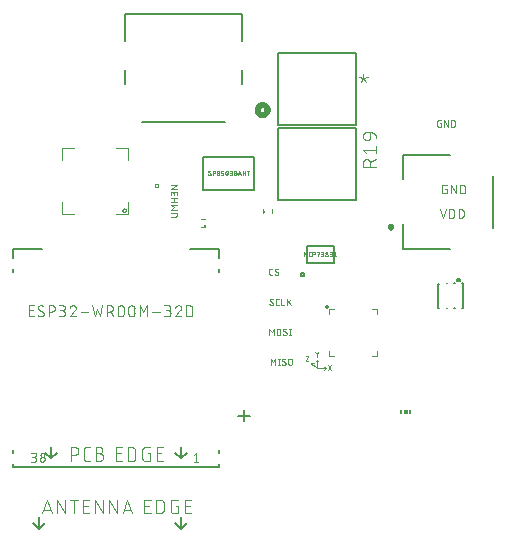
<source format=gbr>
G04 EAGLE Gerber RS-274X export*
G75*
%MOMM*%
%FSLAX34Y34*%
%LPD*%
%INSilkscreen Top*%
%IPPOS*%
%AMOC8*
5,1,8,0,0,1.08239X$1,22.5*%
G01*
%ADD10C,0.050800*%
%ADD11C,0.127000*%
%ADD12C,0.101600*%
%ADD13R,0.225000X0.250000*%
%ADD14R,0.250000X0.225000*%
%ADD15C,0.025400*%
%ADD16C,0.076200*%
%ADD17C,0.100000*%
%ADD18C,0.300000*%
%ADD19C,0.152400*%
%ADD20C,0.508000*%
%ADD21R,0.150000X0.300000*%
%ADD22R,0.300000X0.300000*%


D10*
X227584Y112014D02*
X227584Y117602D01*
X229447Y114498D01*
X231309Y117602D01*
X231309Y112014D01*
X233929Y113566D02*
X233929Y116050D01*
X233930Y116050D02*
X233932Y116127D01*
X233938Y116205D01*
X233947Y116281D01*
X233961Y116358D01*
X233978Y116433D01*
X233999Y116507D01*
X234024Y116581D01*
X234052Y116653D01*
X234084Y116723D01*
X234119Y116792D01*
X234158Y116859D01*
X234200Y116924D01*
X234245Y116987D01*
X234293Y117048D01*
X234344Y117106D01*
X234398Y117161D01*
X234455Y117214D01*
X234514Y117263D01*
X234576Y117310D01*
X234640Y117354D01*
X234706Y117394D01*
X234774Y117431D01*
X234844Y117465D01*
X234915Y117495D01*
X234988Y117521D01*
X235062Y117544D01*
X235137Y117563D01*
X235212Y117578D01*
X235289Y117590D01*
X235366Y117598D01*
X235443Y117602D01*
X235521Y117602D01*
X235598Y117598D01*
X235675Y117590D01*
X235752Y117578D01*
X235827Y117563D01*
X235902Y117544D01*
X235976Y117521D01*
X236049Y117495D01*
X236120Y117465D01*
X236190Y117431D01*
X236258Y117394D01*
X236324Y117354D01*
X236388Y117310D01*
X236450Y117263D01*
X236509Y117214D01*
X236566Y117161D01*
X236620Y117106D01*
X236671Y117048D01*
X236719Y116987D01*
X236764Y116924D01*
X236806Y116859D01*
X236845Y116792D01*
X236880Y116723D01*
X236912Y116653D01*
X236940Y116581D01*
X236965Y116507D01*
X236986Y116433D01*
X237003Y116358D01*
X237017Y116281D01*
X237026Y116205D01*
X237032Y116127D01*
X237034Y116050D01*
X237034Y113566D01*
X237032Y113489D01*
X237026Y113411D01*
X237017Y113335D01*
X237003Y113258D01*
X236986Y113183D01*
X236965Y113109D01*
X236940Y113035D01*
X236912Y112963D01*
X236880Y112893D01*
X236845Y112824D01*
X236806Y112757D01*
X236764Y112692D01*
X236719Y112629D01*
X236671Y112568D01*
X236620Y112510D01*
X236566Y112455D01*
X236509Y112402D01*
X236450Y112353D01*
X236388Y112306D01*
X236324Y112262D01*
X236258Y112222D01*
X236190Y112185D01*
X236120Y112151D01*
X236049Y112121D01*
X235976Y112095D01*
X235902Y112072D01*
X235827Y112053D01*
X235752Y112038D01*
X235675Y112026D01*
X235598Y112018D01*
X235521Y112014D01*
X235443Y112014D01*
X235366Y112018D01*
X235289Y112026D01*
X235212Y112038D01*
X235137Y112053D01*
X235062Y112072D01*
X234988Y112095D01*
X234915Y112121D01*
X234844Y112151D01*
X234774Y112185D01*
X234706Y112222D01*
X234640Y112262D01*
X234576Y112306D01*
X234514Y112353D01*
X234455Y112402D01*
X234398Y112455D01*
X234344Y112510D01*
X234293Y112568D01*
X234245Y112629D01*
X234200Y112692D01*
X234158Y112757D01*
X234119Y112824D01*
X234084Y112893D01*
X234052Y112963D01*
X234024Y113035D01*
X233999Y113109D01*
X233978Y113183D01*
X233961Y113258D01*
X233947Y113335D01*
X233938Y113411D01*
X233932Y113489D01*
X233930Y113566D01*
X241096Y112014D02*
X241166Y112016D01*
X241235Y112022D01*
X241304Y112032D01*
X241372Y112045D01*
X241440Y112063D01*
X241506Y112084D01*
X241571Y112109D01*
X241635Y112137D01*
X241697Y112169D01*
X241757Y112204D01*
X241815Y112243D01*
X241870Y112285D01*
X241924Y112330D01*
X241974Y112378D01*
X242022Y112428D01*
X242067Y112482D01*
X242109Y112537D01*
X242148Y112595D01*
X242183Y112655D01*
X242215Y112717D01*
X242243Y112781D01*
X242268Y112846D01*
X242289Y112912D01*
X242307Y112980D01*
X242320Y113048D01*
X242330Y113117D01*
X242336Y113186D01*
X242338Y113256D01*
X241096Y112014D02*
X240997Y112016D01*
X240899Y112021D01*
X240801Y112031D01*
X240703Y112044D01*
X240606Y112060D01*
X240509Y112080D01*
X240414Y112104D01*
X240319Y112132D01*
X240225Y112163D01*
X240133Y112197D01*
X240042Y112235D01*
X239952Y112276D01*
X239864Y112321D01*
X239778Y112369D01*
X239694Y112420D01*
X239612Y112474D01*
X239531Y112532D01*
X239453Y112592D01*
X239378Y112655D01*
X239304Y112721D01*
X239234Y112790D01*
X239388Y116360D02*
X239390Y116430D01*
X239396Y116499D01*
X239406Y116568D01*
X239419Y116636D01*
X239437Y116704D01*
X239458Y116770D01*
X239483Y116835D01*
X239511Y116899D01*
X239543Y116961D01*
X239578Y117021D01*
X239617Y117079D01*
X239659Y117134D01*
X239704Y117188D01*
X239752Y117238D01*
X239802Y117286D01*
X239856Y117331D01*
X239911Y117373D01*
X239969Y117412D01*
X240029Y117447D01*
X240091Y117479D01*
X240155Y117507D01*
X240220Y117532D01*
X240286Y117553D01*
X240354Y117571D01*
X240422Y117584D01*
X240491Y117594D01*
X240560Y117600D01*
X240630Y117602D01*
X240724Y117600D01*
X240817Y117594D01*
X240910Y117585D01*
X241003Y117572D01*
X241095Y117555D01*
X241186Y117535D01*
X241277Y117510D01*
X241366Y117483D01*
X241454Y117451D01*
X241541Y117416D01*
X241627Y117378D01*
X241710Y117336D01*
X241792Y117291D01*
X241873Y117243D01*
X241951Y117191D01*
X242027Y117136D01*
X240009Y115274D02*
X239950Y115310D01*
X239894Y115350D01*
X239840Y115393D01*
X239788Y115438D01*
X239739Y115487D01*
X239693Y115538D01*
X239650Y115591D01*
X239609Y115647D01*
X239572Y115705D01*
X239537Y115765D01*
X239507Y115826D01*
X239479Y115889D01*
X239455Y115954D01*
X239435Y116020D01*
X239418Y116087D01*
X239405Y116154D01*
X239396Y116222D01*
X239390Y116291D01*
X239388Y116360D01*
X241716Y114342D02*
X241775Y114306D01*
X241831Y114266D01*
X241885Y114223D01*
X241937Y114178D01*
X241986Y114129D01*
X242032Y114078D01*
X242075Y114025D01*
X242116Y113969D01*
X242153Y113911D01*
X242188Y113851D01*
X242218Y113790D01*
X242246Y113727D01*
X242270Y113662D01*
X242290Y113596D01*
X242307Y113529D01*
X242320Y113462D01*
X242329Y113394D01*
X242335Y113325D01*
X242337Y113256D01*
X241717Y114342D02*
X240009Y115274D01*
X244991Y117602D02*
X244991Y112014D01*
X244371Y112014D02*
X245612Y112014D01*
X245612Y117602D02*
X244371Y117602D01*
X228854Y92202D02*
X228854Y86614D01*
X230717Y89098D02*
X228854Y92202D01*
X230717Y89098D02*
X232579Y92202D01*
X232579Y86614D01*
X235654Y86614D02*
X235654Y92202D01*
X235034Y86614D02*
X236275Y86614D01*
X236275Y92202D02*
X235034Y92202D01*
X240171Y86614D02*
X240241Y86616D01*
X240310Y86622D01*
X240379Y86632D01*
X240447Y86645D01*
X240515Y86663D01*
X240581Y86684D01*
X240646Y86709D01*
X240710Y86737D01*
X240772Y86769D01*
X240832Y86804D01*
X240890Y86843D01*
X240945Y86885D01*
X240999Y86930D01*
X241049Y86978D01*
X241097Y87028D01*
X241142Y87082D01*
X241184Y87137D01*
X241223Y87195D01*
X241258Y87255D01*
X241290Y87317D01*
X241318Y87381D01*
X241343Y87446D01*
X241364Y87512D01*
X241382Y87580D01*
X241395Y87648D01*
X241405Y87717D01*
X241411Y87786D01*
X241413Y87856D01*
X240171Y86614D02*
X240072Y86616D01*
X239974Y86621D01*
X239876Y86631D01*
X239778Y86644D01*
X239681Y86660D01*
X239584Y86680D01*
X239489Y86704D01*
X239394Y86732D01*
X239300Y86763D01*
X239208Y86797D01*
X239117Y86835D01*
X239027Y86876D01*
X238939Y86921D01*
X238853Y86969D01*
X238769Y87020D01*
X238687Y87074D01*
X238606Y87132D01*
X238528Y87192D01*
X238453Y87255D01*
X238379Y87321D01*
X238309Y87390D01*
X238463Y90960D02*
X238465Y91030D01*
X238471Y91099D01*
X238481Y91168D01*
X238494Y91236D01*
X238512Y91304D01*
X238533Y91370D01*
X238558Y91435D01*
X238586Y91499D01*
X238618Y91561D01*
X238653Y91621D01*
X238692Y91679D01*
X238734Y91734D01*
X238779Y91788D01*
X238827Y91838D01*
X238877Y91886D01*
X238931Y91931D01*
X238986Y91973D01*
X239044Y92012D01*
X239104Y92047D01*
X239166Y92079D01*
X239230Y92107D01*
X239295Y92132D01*
X239361Y92153D01*
X239429Y92171D01*
X239497Y92184D01*
X239566Y92194D01*
X239635Y92200D01*
X239705Y92202D01*
X239799Y92200D01*
X239892Y92194D01*
X239985Y92185D01*
X240078Y92172D01*
X240170Y92155D01*
X240261Y92135D01*
X240352Y92110D01*
X240441Y92083D01*
X240529Y92051D01*
X240616Y92016D01*
X240702Y91978D01*
X240785Y91936D01*
X240867Y91891D01*
X240948Y91843D01*
X241026Y91791D01*
X241102Y91736D01*
X239085Y89874D02*
X239026Y89910D01*
X238970Y89950D01*
X238916Y89993D01*
X238864Y90038D01*
X238815Y90087D01*
X238769Y90138D01*
X238726Y90191D01*
X238685Y90247D01*
X238648Y90305D01*
X238613Y90365D01*
X238583Y90426D01*
X238555Y90489D01*
X238531Y90554D01*
X238511Y90620D01*
X238494Y90687D01*
X238481Y90754D01*
X238472Y90822D01*
X238466Y90891D01*
X238464Y90960D01*
X240792Y88942D02*
X240851Y88906D01*
X240907Y88866D01*
X240961Y88823D01*
X241013Y88778D01*
X241062Y88729D01*
X241108Y88678D01*
X241151Y88625D01*
X241192Y88569D01*
X241229Y88511D01*
X241264Y88451D01*
X241294Y88390D01*
X241322Y88327D01*
X241346Y88262D01*
X241366Y88196D01*
X241383Y88129D01*
X241396Y88062D01*
X241405Y87994D01*
X241411Y87925D01*
X241413Y87856D01*
X240792Y88942D02*
X239085Y89874D01*
X243612Y90650D02*
X243612Y88166D01*
X243612Y90650D02*
X243614Y90727D01*
X243620Y90805D01*
X243629Y90881D01*
X243643Y90958D01*
X243660Y91033D01*
X243681Y91107D01*
X243706Y91181D01*
X243734Y91253D01*
X243766Y91323D01*
X243801Y91392D01*
X243840Y91459D01*
X243882Y91524D01*
X243927Y91587D01*
X243975Y91648D01*
X244026Y91706D01*
X244080Y91761D01*
X244137Y91814D01*
X244196Y91863D01*
X244258Y91910D01*
X244322Y91954D01*
X244388Y91994D01*
X244456Y92031D01*
X244526Y92065D01*
X244597Y92095D01*
X244670Y92121D01*
X244744Y92144D01*
X244819Y92163D01*
X244894Y92178D01*
X244971Y92190D01*
X245048Y92198D01*
X245125Y92202D01*
X245203Y92202D01*
X245280Y92198D01*
X245357Y92190D01*
X245434Y92178D01*
X245509Y92163D01*
X245584Y92144D01*
X245658Y92121D01*
X245731Y92095D01*
X245802Y92065D01*
X245872Y92031D01*
X245940Y91994D01*
X246006Y91954D01*
X246070Y91910D01*
X246132Y91863D01*
X246191Y91814D01*
X246248Y91761D01*
X246302Y91706D01*
X246353Y91648D01*
X246401Y91587D01*
X246446Y91524D01*
X246488Y91459D01*
X246527Y91392D01*
X246562Y91323D01*
X246594Y91253D01*
X246622Y91181D01*
X246647Y91107D01*
X246668Y91033D01*
X246685Y90958D01*
X246699Y90881D01*
X246708Y90805D01*
X246714Y90727D01*
X246716Y90650D01*
X246716Y88166D01*
X246714Y88089D01*
X246708Y88011D01*
X246699Y87935D01*
X246685Y87858D01*
X246668Y87783D01*
X246647Y87709D01*
X246622Y87635D01*
X246594Y87563D01*
X246562Y87493D01*
X246527Y87424D01*
X246488Y87357D01*
X246446Y87292D01*
X246401Y87229D01*
X246353Y87168D01*
X246302Y87110D01*
X246248Y87055D01*
X246191Y87002D01*
X246132Y86953D01*
X246070Y86906D01*
X246006Y86862D01*
X245940Y86822D01*
X245872Y86785D01*
X245802Y86751D01*
X245731Y86721D01*
X245658Y86695D01*
X245584Y86672D01*
X245509Y86653D01*
X245434Y86638D01*
X245357Y86626D01*
X245280Y86618D01*
X245203Y86614D01*
X245125Y86614D01*
X245048Y86618D01*
X244971Y86626D01*
X244894Y86638D01*
X244819Y86653D01*
X244744Y86672D01*
X244670Y86695D01*
X244597Y86721D01*
X244526Y86751D01*
X244456Y86785D01*
X244388Y86822D01*
X244322Y86862D01*
X244258Y86906D01*
X244196Y86953D01*
X244137Y87002D01*
X244080Y87055D01*
X244026Y87110D01*
X243975Y87168D01*
X243927Y87229D01*
X243882Y87292D01*
X243840Y87357D01*
X243801Y87424D01*
X243766Y87493D01*
X243734Y87563D01*
X243706Y87635D01*
X243681Y87709D01*
X243660Y87783D01*
X243643Y87858D01*
X243629Y87935D01*
X243620Y88011D01*
X243614Y88089D01*
X243612Y88166D01*
X230068Y162814D02*
X228826Y162814D01*
X228756Y162816D01*
X228687Y162822D01*
X228618Y162832D01*
X228550Y162845D01*
X228482Y162863D01*
X228416Y162884D01*
X228351Y162909D01*
X228287Y162937D01*
X228225Y162969D01*
X228165Y163004D01*
X228107Y163043D01*
X228052Y163085D01*
X227998Y163130D01*
X227948Y163178D01*
X227900Y163228D01*
X227855Y163282D01*
X227813Y163337D01*
X227774Y163395D01*
X227739Y163455D01*
X227707Y163517D01*
X227679Y163581D01*
X227654Y163646D01*
X227633Y163712D01*
X227615Y163780D01*
X227602Y163848D01*
X227592Y163917D01*
X227586Y163986D01*
X227584Y164056D01*
X227584Y167160D01*
X227586Y167230D01*
X227592Y167299D01*
X227602Y167368D01*
X227615Y167436D01*
X227633Y167504D01*
X227654Y167570D01*
X227679Y167635D01*
X227707Y167699D01*
X227739Y167761D01*
X227774Y167821D01*
X227813Y167879D01*
X227855Y167934D01*
X227900Y167988D01*
X227948Y168038D01*
X227998Y168086D01*
X228052Y168131D01*
X228107Y168173D01*
X228165Y168212D01*
X228225Y168247D01*
X228287Y168279D01*
X228351Y168307D01*
X228416Y168332D01*
X228482Y168353D01*
X228550Y168371D01*
X228618Y168384D01*
X228687Y168394D01*
X228756Y168400D01*
X228826Y168402D01*
X230068Y168402D01*
X235094Y164056D02*
X235092Y163986D01*
X235086Y163917D01*
X235076Y163848D01*
X235063Y163780D01*
X235045Y163712D01*
X235024Y163646D01*
X234999Y163581D01*
X234971Y163517D01*
X234939Y163455D01*
X234904Y163395D01*
X234865Y163337D01*
X234823Y163282D01*
X234778Y163228D01*
X234730Y163178D01*
X234680Y163130D01*
X234626Y163085D01*
X234571Y163043D01*
X234513Y163004D01*
X234453Y162969D01*
X234391Y162937D01*
X234327Y162909D01*
X234262Y162884D01*
X234196Y162863D01*
X234128Y162845D01*
X234060Y162832D01*
X233991Y162822D01*
X233922Y162816D01*
X233852Y162814D01*
X233753Y162816D01*
X233655Y162821D01*
X233557Y162831D01*
X233459Y162844D01*
X233362Y162860D01*
X233265Y162880D01*
X233170Y162904D01*
X233075Y162932D01*
X232981Y162963D01*
X232889Y162997D01*
X232798Y163035D01*
X232708Y163076D01*
X232620Y163121D01*
X232534Y163169D01*
X232450Y163220D01*
X232368Y163274D01*
X232287Y163332D01*
X232209Y163392D01*
X232134Y163455D01*
X232060Y163521D01*
X231990Y163590D01*
X232144Y167160D02*
X232146Y167230D01*
X232152Y167299D01*
X232162Y167368D01*
X232175Y167436D01*
X232193Y167504D01*
X232214Y167570D01*
X232239Y167635D01*
X232267Y167699D01*
X232299Y167761D01*
X232334Y167821D01*
X232373Y167879D01*
X232415Y167934D01*
X232460Y167988D01*
X232508Y168038D01*
X232558Y168086D01*
X232612Y168131D01*
X232667Y168173D01*
X232725Y168212D01*
X232785Y168247D01*
X232847Y168279D01*
X232911Y168307D01*
X232976Y168332D01*
X233042Y168353D01*
X233110Y168371D01*
X233178Y168384D01*
X233247Y168394D01*
X233316Y168400D01*
X233386Y168402D01*
X233480Y168400D01*
X233573Y168394D01*
X233666Y168385D01*
X233759Y168372D01*
X233851Y168355D01*
X233942Y168335D01*
X234033Y168310D01*
X234122Y168283D01*
X234210Y168251D01*
X234297Y168216D01*
X234383Y168178D01*
X234466Y168136D01*
X234548Y168091D01*
X234629Y168043D01*
X234707Y167991D01*
X234783Y167936D01*
X232766Y166074D02*
X232707Y166110D01*
X232651Y166150D01*
X232597Y166193D01*
X232545Y166238D01*
X232496Y166287D01*
X232450Y166338D01*
X232407Y166391D01*
X232366Y166447D01*
X232329Y166505D01*
X232294Y166565D01*
X232264Y166626D01*
X232236Y166689D01*
X232212Y166754D01*
X232192Y166820D01*
X232175Y166887D01*
X232162Y166954D01*
X232153Y167022D01*
X232147Y167091D01*
X232145Y167160D01*
X234473Y165142D02*
X234532Y165106D01*
X234588Y165066D01*
X234642Y165023D01*
X234694Y164978D01*
X234743Y164929D01*
X234789Y164878D01*
X234832Y164825D01*
X234873Y164769D01*
X234910Y164711D01*
X234945Y164651D01*
X234975Y164590D01*
X235003Y164527D01*
X235027Y164462D01*
X235047Y164396D01*
X235064Y164329D01*
X235077Y164262D01*
X235086Y164194D01*
X235092Y164125D01*
X235094Y164056D01*
X234473Y165142D02*
X232765Y166074D01*
X230689Y138656D02*
X230687Y138586D01*
X230681Y138517D01*
X230671Y138448D01*
X230658Y138380D01*
X230640Y138312D01*
X230619Y138246D01*
X230594Y138181D01*
X230566Y138117D01*
X230534Y138055D01*
X230499Y137995D01*
X230460Y137937D01*
X230418Y137882D01*
X230373Y137828D01*
X230325Y137778D01*
X230275Y137730D01*
X230221Y137685D01*
X230166Y137643D01*
X230108Y137604D01*
X230048Y137569D01*
X229986Y137537D01*
X229922Y137509D01*
X229857Y137484D01*
X229791Y137463D01*
X229723Y137445D01*
X229655Y137432D01*
X229586Y137422D01*
X229517Y137416D01*
X229447Y137414D01*
X229348Y137416D01*
X229250Y137421D01*
X229152Y137431D01*
X229054Y137444D01*
X228957Y137460D01*
X228860Y137480D01*
X228765Y137504D01*
X228670Y137532D01*
X228576Y137563D01*
X228484Y137597D01*
X228393Y137635D01*
X228303Y137676D01*
X228215Y137721D01*
X228129Y137769D01*
X228045Y137820D01*
X227963Y137874D01*
X227882Y137932D01*
X227804Y137992D01*
X227729Y138055D01*
X227655Y138121D01*
X227585Y138190D01*
X227739Y141760D02*
X227741Y141830D01*
X227747Y141899D01*
X227757Y141968D01*
X227770Y142036D01*
X227788Y142104D01*
X227809Y142170D01*
X227834Y142235D01*
X227862Y142299D01*
X227894Y142361D01*
X227929Y142421D01*
X227968Y142479D01*
X228010Y142534D01*
X228055Y142588D01*
X228103Y142638D01*
X228153Y142686D01*
X228207Y142731D01*
X228262Y142773D01*
X228320Y142812D01*
X228380Y142847D01*
X228442Y142879D01*
X228506Y142907D01*
X228571Y142932D01*
X228637Y142953D01*
X228705Y142971D01*
X228773Y142984D01*
X228842Y142994D01*
X228911Y143000D01*
X228981Y143002D01*
X229075Y143000D01*
X229168Y142994D01*
X229261Y142985D01*
X229354Y142972D01*
X229446Y142955D01*
X229537Y142935D01*
X229628Y142910D01*
X229717Y142883D01*
X229805Y142851D01*
X229892Y142816D01*
X229978Y142778D01*
X230061Y142736D01*
X230143Y142691D01*
X230224Y142643D01*
X230302Y142591D01*
X230378Y142536D01*
X228360Y140674D02*
X228301Y140710D01*
X228245Y140750D01*
X228191Y140793D01*
X228139Y140838D01*
X228090Y140887D01*
X228044Y140938D01*
X228001Y140991D01*
X227960Y141047D01*
X227923Y141105D01*
X227888Y141165D01*
X227858Y141226D01*
X227830Y141289D01*
X227806Y141354D01*
X227786Y141420D01*
X227769Y141487D01*
X227756Y141554D01*
X227747Y141622D01*
X227741Y141691D01*
X227739Y141760D01*
X230067Y139742D02*
X230126Y139706D01*
X230182Y139666D01*
X230236Y139623D01*
X230288Y139578D01*
X230337Y139529D01*
X230383Y139478D01*
X230426Y139425D01*
X230467Y139369D01*
X230504Y139311D01*
X230539Y139251D01*
X230569Y139190D01*
X230597Y139127D01*
X230621Y139062D01*
X230641Y138996D01*
X230658Y138929D01*
X230671Y138862D01*
X230680Y138794D01*
X230686Y138725D01*
X230688Y138656D01*
X230068Y139742D02*
X228360Y140674D01*
X234113Y137414D02*
X235355Y137414D01*
X234113Y137414D02*
X234043Y137416D01*
X233974Y137422D01*
X233905Y137432D01*
X233837Y137445D01*
X233769Y137463D01*
X233703Y137484D01*
X233638Y137509D01*
X233574Y137537D01*
X233512Y137569D01*
X233452Y137604D01*
X233394Y137643D01*
X233339Y137685D01*
X233285Y137730D01*
X233235Y137778D01*
X233187Y137828D01*
X233142Y137882D01*
X233100Y137937D01*
X233061Y137995D01*
X233026Y138055D01*
X232994Y138117D01*
X232966Y138181D01*
X232941Y138246D01*
X232920Y138312D01*
X232902Y138380D01*
X232889Y138448D01*
X232879Y138517D01*
X232873Y138586D01*
X232871Y138656D01*
X232871Y141760D01*
X232873Y141830D01*
X232879Y141899D01*
X232889Y141968D01*
X232902Y142036D01*
X232920Y142104D01*
X232941Y142170D01*
X232966Y142235D01*
X232994Y142299D01*
X233026Y142361D01*
X233061Y142421D01*
X233100Y142479D01*
X233142Y142534D01*
X233187Y142588D01*
X233235Y142638D01*
X233285Y142686D01*
X233339Y142731D01*
X233394Y142773D01*
X233452Y142812D01*
X233512Y142847D01*
X233574Y142879D01*
X233638Y142907D01*
X233703Y142932D01*
X233769Y142953D01*
X233837Y142971D01*
X233905Y142984D01*
X233974Y142994D01*
X234043Y143000D01*
X234113Y143002D01*
X235355Y143002D01*
X237653Y143002D02*
X237653Y137414D01*
X240137Y137414D01*
X242480Y137414D02*
X242480Y143002D01*
X245585Y143002D02*
X242480Y139587D01*
X243722Y140829D02*
X245585Y137414D01*
X371997Y291648D02*
X372928Y291648D01*
X372928Y288544D01*
X371066Y288544D01*
X370996Y288546D01*
X370927Y288552D01*
X370858Y288562D01*
X370790Y288575D01*
X370722Y288593D01*
X370656Y288614D01*
X370591Y288639D01*
X370527Y288667D01*
X370465Y288699D01*
X370405Y288734D01*
X370347Y288773D01*
X370292Y288815D01*
X370238Y288860D01*
X370188Y288908D01*
X370140Y288958D01*
X370095Y289012D01*
X370053Y289067D01*
X370014Y289125D01*
X369979Y289185D01*
X369947Y289247D01*
X369919Y289311D01*
X369894Y289376D01*
X369873Y289442D01*
X369855Y289510D01*
X369842Y289578D01*
X369832Y289647D01*
X369826Y289716D01*
X369824Y289786D01*
X369824Y292890D01*
X369826Y292960D01*
X369832Y293029D01*
X369842Y293098D01*
X369855Y293166D01*
X369873Y293234D01*
X369894Y293300D01*
X369919Y293365D01*
X369947Y293429D01*
X369979Y293491D01*
X370014Y293551D01*
X370053Y293609D01*
X370095Y293664D01*
X370140Y293718D01*
X370188Y293768D01*
X370238Y293816D01*
X370292Y293861D01*
X370347Y293903D01*
X370405Y293942D01*
X370465Y293977D01*
X370527Y294009D01*
X370591Y294037D01*
X370656Y294062D01*
X370722Y294083D01*
X370790Y294101D01*
X370858Y294114D01*
X370927Y294124D01*
X370996Y294130D01*
X371066Y294132D01*
X372928Y294132D01*
X375676Y294132D02*
X375676Y288544D01*
X378781Y288544D02*
X375676Y294132D01*
X378781Y294132D02*
X378781Y288544D01*
X381528Y288544D02*
X381528Y294132D01*
X383080Y294132D01*
X383156Y294130D01*
X383232Y294125D01*
X383308Y294115D01*
X383383Y294102D01*
X383457Y294085D01*
X383531Y294065D01*
X383603Y294041D01*
X383674Y294014D01*
X383744Y293983D01*
X383812Y293949D01*
X383878Y293911D01*
X383942Y293870D01*
X384005Y293827D01*
X384065Y293780D01*
X384122Y293730D01*
X384177Y293677D01*
X384230Y293622D01*
X384280Y293565D01*
X384327Y293505D01*
X384370Y293442D01*
X384411Y293378D01*
X384449Y293312D01*
X384483Y293244D01*
X384514Y293174D01*
X384541Y293103D01*
X384565Y293030D01*
X384585Y292957D01*
X384602Y292883D01*
X384615Y292808D01*
X384625Y292732D01*
X384630Y292656D01*
X384632Y292580D01*
X384633Y292580D02*
X384633Y290096D01*
X384632Y290096D02*
X384630Y290017D01*
X384624Y289939D01*
X384614Y289861D01*
X384600Y289784D01*
X384582Y289707D01*
X384561Y289631D01*
X384535Y289557D01*
X384506Y289484D01*
X384473Y289413D01*
X384437Y289343D01*
X384397Y289275D01*
X384354Y289209D01*
X384307Y289146D01*
X384258Y289085D01*
X384205Y289027D01*
X384149Y288971D01*
X384091Y288918D01*
X384030Y288869D01*
X383967Y288822D01*
X383901Y288779D01*
X383833Y288739D01*
X383764Y288703D01*
X383692Y288670D01*
X383619Y288641D01*
X383545Y288615D01*
X383469Y288594D01*
X383392Y288576D01*
X383315Y288562D01*
X383237Y288552D01*
X383159Y288546D01*
X383080Y288544D01*
X381528Y288544D01*
D11*
X211380Y43970D02*
X201380Y43970D01*
X206380Y48970D02*
X206380Y38970D01*
D12*
X222560Y215170D02*
X222560Y219170D01*
X229560Y219170D02*
X229560Y215170D01*
D13*
X223185Y215920D03*
D12*
X173450Y203510D02*
X169450Y203510D01*
X169450Y210510D02*
X173450Y210510D01*
D14*
X172700Y204135D03*
D11*
X171450Y234950D02*
X171450Y262890D01*
X214630Y262890D01*
X214630Y234950D01*
X171450Y234950D01*
D15*
X177050Y247523D02*
X177108Y247525D01*
X177165Y247531D01*
X177222Y247541D01*
X177279Y247554D01*
X177334Y247572D01*
X177387Y247593D01*
X177440Y247618D01*
X177490Y247646D01*
X177538Y247678D01*
X177585Y247713D01*
X177628Y247751D01*
X177669Y247792D01*
X177707Y247835D01*
X177742Y247882D01*
X177774Y247930D01*
X177802Y247980D01*
X177827Y248033D01*
X177848Y248086D01*
X177866Y248141D01*
X177879Y248198D01*
X177889Y248255D01*
X177895Y248312D01*
X177897Y248370D01*
X177050Y247523D02*
X176967Y247525D01*
X176884Y247531D01*
X176802Y247540D01*
X176720Y247554D01*
X176639Y247571D01*
X176558Y247592D01*
X176479Y247617D01*
X176401Y247645D01*
X176324Y247677D01*
X176249Y247712D01*
X176176Y247751D01*
X176104Y247794D01*
X176035Y247839D01*
X175968Y247888D01*
X175903Y247940D01*
X175840Y247994D01*
X175780Y248052D01*
X175886Y250486D02*
X175888Y250541D01*
X175893Y250597D01*
X175902Y250651D01*
X175915Y250705D01*
X175931Y250758D01*
X175950Y250810D01*
X175973Y250861D01*
X175999Y250910D01*
X176029Y250957D01*
X176061Y251002D01*
X176096Y251044D01*
X176134Y251085D01*
X176175Y251123D01*
X176217Y251158D01*
X176262Y251190D01*
X176310Y251220D01*
X176358Y251246D01*
X176409Y251269D01*
X176461Y251288D01*
X176514Y251304D01*
X176568Y251317D01*
X176622Y251326D01*
X176678Y251331D01*
X176733Y251333D01*
X176733Y251334D02*
X176812Y251332D01*
X176890Y251326D01*
X176968Y251317D01*
X177045Y251303D01*
X177122Y251286D01*
X177198Y251264D01*
X177272Y251240D01*
X177346Y251211D01*
X177417Y251179D01*
X177487Y251143D01*
X177556Y251104D01*
X177622Y251062D01*
X177686Y251016D01*
X176309Y249745D02*
X176262Y249775D01*
X176217Y249808D01*
X176174Y249844D01*
X176134Y249882D01*
X176096Y249923D01*
X176061Y249966D01*
X176029Y250012D01*
X175999Y250059D01*
X175973Y250109D01*
X175950Y250160D01*
X175931Y250212D01*
X175915Y250265D01*
X175902Y250320D01*
X175893Y250375D01*
X175888Y250430D01*
X175886Y250486D01*
X177474Y249111D02*
X177521Y249081D01*
X177566Y249048D01*
X177609Y249012D01*
X177649Y248974D01*
X177687Y248933D01*
X177722Y248890D01*
X177754Y248844D01*
X177784Y248797D01*
X177810Y248747D01*
X177833Y248696D01*
X177852Y248644D01*
X177868Y248591D01*
X177881Y248536D01*
X177890Y248481D01*
X177895Y248426D01*
X177897Y248370D01*
X177473Y249111D02*
X176309Y249746D01*
X179486Y251333D02*
X179486Y247523D01*
X179486Y251333D02*
X180544Y251333D01*
X180608Y251331D01*
X180672Y251325D01*
X180735Y251316D01*
X180797Y251302D01*
X180859Y251285D01*
X180919Y251264D01*
X180978Y251240D01*
X181036Y251212D01*
X181091Y251180D01*
X181145Y251146D01*
X181196Y251108D01*
X181246Y251067D01*
X181292Y251023D01*
X181336Y250977D01*
X181377Y250927D01*
X181415Y250876D01*
X181449Y250822D01*
X181481Y250767D01*
X181509Y250709D01*
X181533Y250650D01*
X181554Y250590D01*
X181571Y250528D01*
X181585Y250466D01*
X181594Y250403D01*
X181600Y250339D01*
X181602Y250275D01*
X181600Y250211D01*
X181594Y250147D01*
X181585Y250084D01*
X181571Y250022D01*
X181554Y249960D01*
X181533Y249900D01*
X181509Y249841D01*
X181481Y249783D01*
X181449Y249728D01*
X181415Y249674D01*
X181377Y249623D01*
X181336Y249573D01*
X181292Y249527D01*
X181246Y249483D01*
X181196Y249442D01*
X181145Y249404D01*
X181091Y249370D01*
X181036Y249338D01*
X180978Y249310D01*
X180919Y249286D01*
X180859Y249265D01*
X180797Y249248D01*
X180735Y249234D01*
X180672Y249225D01*
X180608Y249219D01*
X180544Y249217D01*
X180544Y249216D02*
X179486Y249216D01*
X182973Y249428D02*
X182975Y249538D01*
X182981Y249647D01*
X182990Y249756D01*
X183004Y249865D01*
X183021Y249973D01*
X183042Y250081D01*
X183066Y250187D01*
X183095Y250293D01*
X183127Y250398D01*
X183162Y250502D01*
X183201Y250604D01*
X183244Y250705D01*
X183291Y250804D01*
X183311Y250854D01*
X183333Y250903D01*
X183359Y250951D01*
X183388Y250996D01*
X183421Y251039D01*
X183456Y251080D01*
X183494Y251119D01*
X183534Y251154D01*
X183577Y251187D01*
X183622Y251217D01*
X183669Y251244D01*
X183717Y251267D01*
X183767Y251287D01*
X183819Y251303D01*
X183871Y251316D01*
X183924Y251326D01*
X183978Y251331D01*
X184032Y251333D01*
X184086Y251331D01*
X184140Y251326D01*
X184193Y251316D01*
X184245Y251303D01*
X184297Y251287D01*
X184347Y251267D01*
X184395Y251244D01*
X184442Y251217D01*
X184487Y251187D01*
X184530Y251154D01*
X184570Y251119D01*
X184608Y251080D01*
X184643Y251039D01*
X184676Y250996D01*
X184705Y250951D01*
X184731Y250903D01*
X184753Y250854D01*
X184773Y250804D01*
X184772Y250804D02*
X184819Y250705D01*
X184862Y250604D01*
X184901Y250502D01*
X184936Y250398D01*
X184968Y250293D01*
X184997Y250187D01*
X185021Y250081D01*
X185042Y249973D01*
X185059Y249865D01*
X185073Y249756D01*
X185082Y249647D01*
X185088Y249538D01*
X185090Y249428D01*
X182973Y249428D02*
X182975Y249318D01*
X182981Y249209D01*
X182990Y249100D01*
X183004Y248991D01*
X183021Y248883D01*
X183042Y248775D01*
X183066Y248669D01*
X183095Y248563D01*
X183127Y248458D01*
X183162Y248355D01*
X183201Y248252D01*
X183244Y248151D01*
X183291Y248052D01*
X183311Y248002D01*
X183333Y247953D01*
X183359Y247905D01*
X183388Y247860D01*
X183421Y247817D01*
X183456Y247776D01*
X183494Y247737D01*
X183534Y247702D01*
X183577Y247669D01*
X183622Y247639D01*
X183669Y247612D01*
X183717Y247589D01*
X183767Y247569D01*
X183819Y247553D01*
X183871Y247540D01*
X183924Y247530D01*
X183978Y247525D01*
X184032Y247523D01*
X184772Y248052D02*
X184819Y248151D01*
X184862Y248252D01*
X184901Y248355D01*
X184936Y248458D01*
X184968Y248563D01*
X184997Y248669D01*
X185021Y248775D01*
X185042Y248883D01*
X185059Y248991D01*
X185073Y249100D01*
X185082Y249209D01*
X185088Y249318D01*
X185090Y249428D01*
X184773Y248052D02*
X184753Y248002D01*
X184731Y247953D01*
X184705Y247905D01*
X184676Y247860D01*
X184643Y247817D01*
X184608Y247776D01*
X184570Y247737D01*
X184530Y247702D01*
X184487Y247669D01*
X184442Y247639D01*
X184395Y247612D01*
X184347Y247589D01*
X184297Y247569D01*
X184245Y247553D01*
X184193Y247540D01*
X184140Y247530D01*
X184086Y247525D01*
X184032Y247523D01*
X183185Y248370D02*
X184878Y250486D01*
X186631Y247523D02*
X187901Y247523D01*
X187956Y247525D01*
X188012Y247530D01*
X188066Y247539D01*
X188120Y247552D01*
X188173Y247568D01*
X188225Y247587D01*
X188276Y247610D01*
X188325Y247636D01*
X188372Y247666D01*
X188417Y247698D01*
X188459Y247733D01*
X188500Y247771D01*
X188538Y247812D01*
X188573Y247854D01*
X188605Y247899D01*
X188635Y247947D01*
X188661Y247995D01*
X188684Y248046D01*
X188703Y248098D01*
X188719Y248151D01*
X188732Y248205D01*
X188741Y248259D01*
X188746Y248315D01*
X188748Y248370D01*
X188748Y248793D01*
X188746Y248848D01*
X188741Y248904D01*
X188732Y248958D01*
X188719Y249012D01*
X188703Y249065D01*
X188684Y249117D01*
X188661Y249168D01*
X188635Y249217D01*
X188605Y249264D01*
X188573Y249309D01*
X188538Y249351D01*
X188500Y249392D01*
X188459Y249430D01*
X188417Y249465D01*
X188372Y249497D01*
X188325Y249527D01*
X188276Y249553D01*
X188225Y249576D01*
X188173Y249595D01*
X188120Y249611D01*
X188066Y249624D01*
X188012Y249633D01*
X187956Y249638D01*
X187901Y249640D01*
X186631Y249640D01*
X186631Y251333D01*
X188748Y251333D01*
X190606Y250804D02*
X190559Y250705D01*
X190516Y250604D01*
X190477Y250502D01*
X190442Y250398D01*
X190410Y250293D01*
X190381Y250187D01*
X190357Y250081D01*
X190336Y249973D01*
X190319Y249865D01*
X190305Y249756D01*
X190296Y249647D01*
X190290Y249538D01*
X190288Y249428D01*
X190606Y250804D02*
X190626Y250854D01*
X190648Y250903D01*
X190674Y250951D01*
X190703Y250996D01*
X190736Y251039D01*
X190771Y251080D01*
X190809Y251119D01*
X190849Y251154D01*
X190892Y251187D01*
X190937Y251217D01*
X190984Y251244D01*
X191032Y251267D01*
X191082Y251287D01*
X191134Y251303D01*
X191186Y251316D01*
X191239Y251326D01*
X191293Y251331D01*
X191347Y251333D01*
X191401Y251331D01*
X191455Y251326D01*
X191508Y251316D01*
X191560Y251303D01*
X191612Y251287D01*
X191662Y251267D01*
X191710Y251244D01*
X191757Y251217D01*
X191802Y251187D01*
X191845Y251154D01*
X191885Y251119D01*
X191923Y251080D01*
X191958Y251039D01*
X191991Y250996D01*
X192020Y250951D01*
X192046Y250903D01*
X192068Y250854D01*
X192088Y250804D01*
X192087Y250804D02*
X192134Y250705D01*
X192177Y250604D01*
X192216Y250502D01*
X192251Y250398D01*
X192283Y250293D01*
X192312Y250187D01*
X192336Y250081D01*
X192357Y249973D01*
X192374Y249865D01*
X192388Y249756D01*
X192397Y249647D01*
X192403Y249538D01*
X192405Y249428D01*
X190288Y249428D02*
X190290Y249318D01*
X190296Y249209D01*
X190305Y249100D01*
X190319Y248991D01*
X190336Y248883D01*
X190357Y248775D01*
X190381Y248669D01*
X190410Y248563D01*
X190442Y248458D01*
X190477Y248355D01*
X190516Y248252D01*
X190559Y248151D01*
X190606Y248052D01*
X190626Y248002D01*
X190648Y247953D01*
X190674Y247905D01*
X190703Y247860D01*
X190736Y247817D01*
X190771Y247776D01*
X190809Y247737D01*
X190849Y247702D01*
X190892Y247669D01*
X190937Y247639D01*
X190984Y247612D01*
X191032Y247589D01*
X191082Y247569D01*
X191134Y247553D01*
X191186Y247540D01*
X191239Y247530D01*
X191293Y247525D01*
X191347Y247523D01*
X192087Y248052D02*
X192134Y248151D01*
X192177Y248252D01*
X192216Y248355D01*
X192251Y248458D01*
X192283Y248563D01*
X192312Y248669D01*
X192336Y248775D01*
X192357Y248883D01*
X192374Y248991D01*
X192388Y249100D01*
X192397Y249209D01*
X192403Y249318D01*
X192405Y249428D01*
X192088Y248052D02*
X192068Y248002D01*
X192046Y247953D01*
X192020Y247905D01*
X191991Y247860D01*
X191958Y247817D01*
X191923Y247776D01*
X191885Y247737D01*
X191845Y247702D01*
X191802Y247669D01*
X191757Y247639D01*
X191710Y247612D01*
X191662Y247589D01*
X191612Y247569D01*
X191560Y247553D01*
X191508Y247540D01*
X191455Y247530D01*
X191401Y247525D01*
X191347Y247523D01*
X190500Y248370D02*
X192193Y250486D01*
X193946Y247523D02*
X195004Y247523D01*
X195068Y247525D01*
X195132Y247531D01*
X195195Y247540D01*
X195257Y247554D01*
X195319Y247571D01*
X195379Y247592D01*
X195438Y247616D01*
X195496Y247644D01*
X195551Y247676D01*
X195605Y247710D01*
X195656Y247748D01*
X195706Y247789D01*
X195752Y247833D01*
X195796Y247879D01*
X195837Y247929D01*
X195875Y247980D01*
X195909Y248034D01*
X195941Y248089D01*
X195969Y248147D01*
X195993Y248206D01*
X196014Y248266D01*
X196031Y248328D01*
X196045Y248390D01*
X196054Y248453D01*
X196060Y248517D01*
X196062Y248581D01*
X196060Y248645D01*
X196054Y248709D01*
X196045Y248772D01*
X196031Y248834D01*
X196014Y248896D01*
X195993Y248956D01*
X195969Y249015D01*
X195941Y249073D01*
X195909Y249128D01*
X195875Y249182D01*
X195837Y249233D01*
X195796Y249283D01*
X195752Y249329D01*
X195706Y249373D01*
X195656Y249414D01*
X195605Y249452D01*
X195551Y249486D01*
X195496Y249518D01*
X195438Y249546D01*
X195379Y249570D01*
X195319Y249591D01*
X195257Y249608D01*
X195195Y249622D01*
X195132Y249631D01*
X195068Y249637D01*
X195004Y249639D01*
X195216Y251333D02*
X193946Y251333D01*
X195216Y251333D02*
X195273Y251331D01*
X195329Y251325D01*
X195385Y251316D01*
X195440Y251303D01*
X195494Y251286D01*
X195547Y251266D01*
X195598Y251242D01*
X195648Y251215D01*
X195695Y251184D01*
X195741Y251151D01*
X195784Y251114D01*
X195825Y251075D01*
X195863Y251033D01*
X195898Y250988D01*
X195930Y250942D01*
X195959Y250893D01*
X195984Y250843D01*
X196006Y250790D01*
X196025Y250737D01*
X196040Y250682D01*
X196051Y250627D01*
X196059Y250571D01*
X196063Y250514D01*
X196063Y250458D01*
X196059Y250401D01*
X196051Y250345D01*
X196040Y250290D01*
X196025Y250235D01*
X196006Y250182D01*
X195984Y250129D01*
X195959Y250079D01*
X195930Y250030D01*
X195898Y249984D01*
X195863Y249939D01*
X195825Y249897D01*
X195784Y249858D01*
X195741Y249821D01*
X195695Y249788D01*
X195648Y249757D01*
X195598Y249730D01*
X195547Y249706D01*
X195494Y249686D01*
X195440Y249669D01*
X195385Y249656D01*
X195329Y249647D01*
X195273Y249641D01*
X195216Y249639D01*
X195216Y249640D02*
X194369Y249640D01*
X197774Y249640D02*
X198832Y249640D01*
X198832Y249639D02*
X198896Y249637D01*
X198960Y249631D01*
X199023Y249622D01*
X199085Y249608D01*
X199147Y249591D01*
X199207Y249570D01*
X199266Y249546D01*
X199324Y249518D01*
X199379Y249486D01*
X199433Y249452D01*
X199484Y249414D01*
X199534Y249373D01*
X199580Y249329D01*
X199624Y249283D01*
X199665Y249233D01*
X199703Y249182D01*
X199737Y249128D01*
X199769Y249073D01*
X199797Y249015D01*
X199821Y248956D01*
X199842Y248896D01*
X199859Y248834D01*
X199873Y248772D01*
X199882Y248709D01*
X199888Y248645D01*
X199890Y248581D01*
X199888Y248517D01*
X199882Y248453D01*
X199873Y248390D01*
X199859Y248328D01*
X199842Y248266D01*
X199821Y248206D01*
X199797Y248147D01*
X199769Y248089D01*
X199737Y248034D01*
X199703Y247980D01*
X199665Y247929D01*
X199624Y247879D01*
X199580Y247833D01*
X199534Y247789D01*
X199484Y247748D01*
X199433Y247710D01*
X199379Y247676D01*
X199324Y247644D01*
X199266Y247616D01*
X199207Y247592D01*
X199147Y247571D01*
X199085Y247554D01*
X199023Y247540D01*
X198960Y247531D01*
X198896Y247525D01*
X198832Y247523D01*
X197774Y247523D01*
X197774Y251333D01*
X198832Y251333D01*
X198889Y251331D01*
X198945Y251325D01*
X199001Y251316D01*
X199056Y251303D01*
X199110Y251286D01*
X199163Y251266D01*
X199214Y251242D01*
X199264Y251215D01*
X199311Y251184D01*
X199357Y251151D01*
X199400Y251114D01*
X199441Y251075D01*
X199479Y251033D01*
X199514Y250988D01*
X199546Y250942D01*
X199575Y250893D01*
X199600Y250843D01*
X199622Y250790D01*
X199641Y250737D01*
X199656Y250682D01*
X199667Y250627D01*
X199675Y250571D01*
X199679Y250514D01*
X199679Y250458D01*
X199675Y250401D01*
X199667Y250345D01*
X199656Y250290D01*
X199641Y250235D01*
X199622Y250182D01*
X199600Y250129D01*
X199575Y250079D01*
X199546Y250030D01*
X199514Y249984D01*
X199479Y249939D01*
X199441Y249897D01*
X199400Y249858D01*
X199357Y249821D01*
X199311Y249788D01*
X199264Y249757D01*
X199214Y249730D01*
X199163Y249706D01*
X199110Y249686D01*
X199056Y249669D01*
X199001Y249656D01*
X198945Y249647D01*
X198889Y249641D01*
X198832Y249639D01*
X201050Y247523D02*
X202320Y251333D01*
X203590Y247523D01*
X203272Y248476D02*
X201367Y248476D01*
X205041Y247523D02*
X205041Y251333D01*
X205041Y249640D02*
X207157Y249640D01*
X207157Y251333D02*
X207157Y247523D01*
X209635Y247523D02*
X209635Y251333D01*
X210693Y251333D02*
X208576Y251333D01*
D11*
X185380Y120D02*
X10380Y120D01*
D12*
X59512Y5428D02*
X59512Y17112D01*
X62757Y17112D01*
X62870Y17110D01*
X62983Y17104D01*
X63096Y17094D01*
X63209Y17080D01*
X63321Y17063D01*
X63432Y17041D01*
X63542Y17016D01*
X63652Y16986D01*
X63760Y16953D01*
X63867Y16916D01*
X63973Y16876D01*
X64077Y16831D01*
X64180Y16783D01*
X64281Y16732D01*
X64380Y16677D01*
X64477Y16619D01*
X64572Y16557D01*
X64665Y16492D01*
X64755Y16424D01*
X64843Y16353D01*
X64929Y16278D01*
X65012Y16201D01*
X65092Y16121D01*
X65169Y16038D01*
X65244Y15952D01*
X65315Y15864D01*
X65383Y15774D01*
X65448Y15681D01*
X65510Y15586D01*
X65568Y15489D01*
X65623Y15390D01*
X65674Y15289D01*
X65722Y15186D01*
X65767Y15082D01*
X65807Y14976D01*
X65844Y14869D01*
X65877Y14761D01*
X65907Y14651D01*
X65932Y14541D01*
X65954Y14430D01*
X65971Y14318D01*
X65985Y14205D01*
X65995Y14092D01*
X66001Y13979D01*
X66003Y13866D01*
X66001Y13753D01*
X65995Y13640D01*
X65985Y13527D01*
X65971Y13414D01*
X65954Y13302D01*
X65932Y13191D01*
X65907Y13081D01*
X65877Y12971D01*
X65844Y12863D01*
X65807Y12756D01*
X65767Y12650D01*
X65722Y12546D01*
X65674Y12443D01*
X65623Y12342D01*
X65568Y12243D01*
X65510Y12146D01*
X65448Y12051D01*
X65383Y11958D01*
X65315Y11868D01*
X65244Y11780D01*
X65169Y11694D01*
X65092Y11611D01*
X65012Y11531D01*
X64929Y11454D01*
X64843Y11379D01*
X64755Y11308D01*
X64665Y11240D01*
X64572Y11175D01*
X64477Y11113D01*
X64380Y11055D01*
X64281Y11000D01*
X64180Y10949D01*
X64077Y10901D01*
X63973Y10856D01*
X63867Y10816D01*
X63760Y10779D01*
X63652Y10746D01*
X63542Y10716D01*
X63432Y10691D01*
X63321Y10669D01*
X63209Y10652D01*
X63096Y10638D01*
X62983Y10628D01*
X62870Y10622D01*
X62757Y10620D01*
X62757Y10621D02*
X59512Y10621D01*
X72954Y5428D02*
X75551Y5428D01*
X72954Y5428D02*
X72855Y5430D01*
X72755Y5436D01*
X72656Y5445D01*
X72558Y5458D01*
X72460Y5475D01*
X72362Y5496D01*
X72266Y5521D01*
X72171Y5549D01*
X72077Y5581D01*
X71984Y5616D01*
X71892Y5655D01*
X71802Y5698D01*
X71714Y5743D01*
X71627Y5793D01*
X71543Y5845D01*
X71460Y5901D01*
X71380Y5959D01*
X71302Y6021D01*
X71227Y6086D01*
X71154Y6154D01*
X71084Y6224D01*
X71016Y6297D01*
X70951Y6372D01*
X70889Y6450D01*
X70831Y6530D01*
X70775Y6613D01*
X70723Y6697D01*
X70673Y6784D01*
X70628Y6872D01*
X70585Y6962D01*
X70546Y7054D01*
X70511Y7147D01*
X70479Y7241D01*
X70451Y7336D01*
X70426Y7432D01*
X70405Y7530D01*
X70388Y7628D01*
X70375Y7726D01*
X70366Y7825D01*
X70360Y7925D01*
X70358Y8024D01*
X70358Y14516D01*
X70360Y14615D01*
X70366Y14715D01*
X70375Y14814D01*
X70388Y14912D01*
X70405Y15010D01*
X70426Y15108D01*
X70451Y15204D01*
X70479Y15299D01*
X70511Y15393D01*
X70546Y15486D01*
X70585Y15578D01*
X70628Y15668D01*
X70673Y15756D01*
X70723Y15843D01*
X70775Y15927D01*
X70831Y16010D01*
X70889Y16090D01*
X70951Y16168D01*
X71016Y16243D01*
X71084Y16316D01*
X71154Y16386D01*
X71227Y16454D01*
X71302Y16519D01*
X71380Y16581D01*
X71460Y16639D01*
X71543Y16695D01*
X71627Y16747D01*
X71714Y16797D01*
X71802Y16842D01*
X71892Y16885D01*
X71984Y16924D01*
X72076Y16959D01*
X72171Y16991D01*
X72266Y17019D01*
X72362Y17044D01*
X72460Y17065D01*
X72558Y17082D01*
X72656Y17095D01*
X72755Y17104D01*
X72855Y17110D01*
X72954Y17112D01*
X75551Y17112D01*
X80466Y11919D02*
X83712Y11919D01*
X83712Y11920D02*
X83825Y11918D01*
X83938Y11912D01*
X84051Y11902D01*
X84164Y11888D01*
X84276Y11871D01*
X84387Y11849D01*
X84497Y11824D01*
X84607Y11794D01*
X84715Y11761D01*
X84822Y11724D01*
X84928Y11684D01*
X85032Y11639D01*
X85135Y11591D01*
X85236Y11540D01*
X85335Y11485D01*
X85432Y11427D01*
X85527Y11365D01*
X85620Y11300D01*
X85710Y11232D01*
X85798Y11161D01*
X85884Y11086D01*
X85967Y11009D01*
X86047Y10929D01*
X86124Y10846D01*
X86199Y10760D01*
X86270Y10672D01*
X86338Y10582D01*
X86403Y10489D01*
X86465Y10394D01*
X86523Y10297D01*
X86578Y10198D01*
X86629Y10097D01*
X86677Y9994D01*
X86722Y9890D01*
X86762Y9784D01*
X86799Y9677D01*
X86832Y9569D01*
X86862Y9459D01*
X86887Y9349D01*
X86909Y9238D01*
X86926Y9126D01*
X86940Y9013D01*
X86950Y8900D01*
X86956Y8787D01*
X86958Y8674D01*
X86956Y8561D01*
X86950Y8448D01*
X86940Y8335D01*
X86926Y8222D01*
X86909Y8110D01*
X86887Y7999D01*
X86862Y7889D01*
X86832Y7779D01*
X86799Y7671D01*
X86762Y7564D01*
X86722Y7458D01*
X86677Y7354D01*
X86629Y7251D01*
X86578Y7150D01*
X86523Y7051D01*
X86465Y6954D01*
X86403Y6859D01*
X86338Y6766D01*
X86270Y6676D01*
X86199Y6588D01*
X86124Y6502D01*
X86047Y6419D01*
X85967Y6339D01*
X85884Y6262D01*
X85798Y6187D01*
X85710Y6116D01*
X85620Y6048D01*
X85527Y5983D01*
X85432Y5921D01*
X85335Y5863D01*
X85236Y5808D01*
X85135Y5757D01*
X85032Y5709D01*
X84928Y5664D01*
X84822Y5624D01*
X84715Y5587D01*
X84607Y5554D01*
X84497Y5524D01*
X84387Y5499D01*
X84276Y5477D01*
X84164Y5460D01*
X84051Y5446D01*
X83938Y5436D01*
X83825Y5430D01*
X83712Y5428D01*
X80466Y5428D01*
X80466Y17112D01*
X83712Y17112D01*
X83813Y17110D01*
X83913Y17104D01*
X84013Y17094D01*
X84113Y17081D01*
X84212Y17063D01*
X84311Y17042D01*
X84408Y17017D01*
X84505Y16988D01*
X84600Y16955D01*
X84694Y16919D01*
X84786Y16879D01*
X84877Y16836D01*
X84966Y16789D01*
X85053Y16739D01*
X85139Y16685D01*
X85222Y16628D01*
X85302Y16568D01*
X85381Y16505D01*
X85457Y16438D01*
X85530Y16369D01*
X85600Y16297D01*
X85668Y16223D01*
X85733Y16146D01*
X85794Y16066D01*
X85853Y15984D01*
X85908Y15900D01*
X85960Y15814D01*
X86009Y15726D01*
X86054Y15636D01*
X86096Y15544D01*
X86134Y15451D01*
X86168Y15356D01*
X86199Y15261D01*
X86226Y15164D01*
X86249Y15066D01*
X86269Y14967D01*
X86284Y14867D01*
X86296Y14767D01*
X86304Y14667D01*
X86308Y14566D01*
X86308Y14466D01*
X86304Y14365D01*
X86296Y14265D01*
X86284Y14165D01*
X86269Y14065D01*
X86249Y13966D01*
X86226Y13868D01*
X86199Y13771D01*
X86168Y13676D01*
X86134Y13581D01*
X86096Y13488D01*
X86054Y13396D01*
X86009Y13306D01*
X85960Y13218D01*
X85908Y13132D01*
X85853Y13048D01*
X85794Y12966D01*
X85733Y12886D01*
X85668Y12809D01*
X85600Y12735D01*
X85530Y12663D01*
X85457Y12594D01*
X85381Y12527D01*
X85302Y12464D01*
X85222Y12404D01*
X85139Y12347D01*
X85053Y12293D01*
X84966Y12243D01*
X84877Y12196D01*
X84786Y12153D01*
X84694Y12113D01*
X84600Y12077D01*
X84505Y12044D01*
X84408Y12015D01*
X84311Y11990D01*
X84212Y11969D01*
X84113Y11951D01*
X84013Y11938D01*
X83913Y11928D01*
X83813Y11922D01*
X83712Y11920D01*
X97846Y5428D02*
X103039Y5428D01*
X97846Y5428D02*
X97846Y17112D01*
X103039Y17112D01*
X101740Y11919D02*
X97846Y11919D01*
X107729Y17112D02*
X107729Y5428D01*
X107729Y17112D02*
X110975Y17112D01*
X111088Y17110D01*
X111201Y17104D01*
X111314Y17094D01*
X111427Y17080D01*
X111539Y17063D01*
X111650Y17041D01*
X111760Y17016D01*
X111870Y16986D01*
X111978Y16953D01*
X112085Y16916D01*
X112191Y16876D01*
X112295Y16831D01*
X112398Y16783D01*
X112499Y16732D01*
X112598Y16677D01*
X112695Y16619D01*
X112790Y16557D01*
X112883Y16492D01*
X112973Y16424D01*
X113061Y16353D01*
X113147Y16278D01*
X113230Y16201D01*
X113310Y16121D01*
X113387Y16038D01*
X113462Y15952D01*
X113533Y15864D01*
X113601Y15774D01*
X113666Y15681D01*
X113728Y15586D01*
X113786Y15489D01*
X113841Y15390D01*
X113892Y15289D01*
X113940Y15186D01*
X113985Y15082D01*
X114025Y14976D01*
X114062Y14869D01*
X114095Y14761D01*
X114125Y14651D01*
X114150Y14541D01*
X114172Y14430D01*
X114189Y14318D01*
X114203Y14205D01*
X114213Y14092D01*
X114219Y13979D01*
X114221Y13866D01*
X114220Y13866D02*
X114220Y8674D01*
X114221Y8674D02*
X114219Y8561D01*
X114213Y8448D01*
X114203Y8335D01*
X114189Y8222D01*
X114172Y8110D01*
X114150Y7999D01*
X114125Y7889D01*
X114095Y7779D01*
X114062Y7671D01*
X114025Y7564D01*
X113985Y7458D01*
X113940Y7354D01*
X113892Y7251D01*
X113841Y7150D01*
X113786Y7051D01*
X113728Y6954D01*
X113666Y6859D01*
X113601Y6766D01*
X113533Y6676D01*
X113462Y6588D01*
X113387Y6502D01*
X113310Y6419D01*
X113230Y6339D01*
X113147Y6262D01*
X113061Y6187D01*
X112973Y6116D01*
X112883Y6048D01*
X112790Y5983D01*
X112695Y5921D01*
X112598Y5863D01*
X112499Y5808D01*
X112398Y5757D01*
X112295Y5709D01*
X112191Y5664D01*
X112085Y5624D01*
X111978Y5587D01*
X111870Y5554D01*
X111760Y5524D01*
X111650Y5499D01*
X111539Y5477D01*
X111427Y5460D01*
X111314Y5446D01*
X111201Y5436D01*
X111088Y5430D01*
X110975Y5428D01*
X107729Y5428D01*
X124465Y11919D02*
X126412Y11919D01*
X126412Y5428D01*
X122518Y5428D01*
X122419Y5430D01*
X122319Y5436D01*
X122220Y5445D01*
X122122Y5458D01*
X122024Y5475D01*
X121926Y5496D01*
X121830Y5521D01*
X121735Y5549D01*
X121641Y5581D01*
X121548Y5616D01*
X121456Y5655D01*
X121366Y5698D01*
X121278Y5743D01*
X121191Y5793D01*
X121107Y5845D01*
X121024Y5901D01*
X120944Y5959D01*
X120866Y6021D01*
X120791Y6086D01*
X120718Y6154D01*
X120648Y6224D01*
X120580Y6297D01*
X120515Y6372D01*
X120453Y6450D01*
X120395Y6530D01*
X120339Y6613D01*
X120287Y6697D01*
X120237Y6784D01*
X120192Y6872D01*
X120149Y6962D01*
X120110Y7054D01*
X120075Y7147D01*
X120043Y7241D01*
X120015Y7336D01*
X119990Y7432D01*
X119969Y7530D01*
X119952Y7628D01*
X119939Y7726D01*
X119930Y7825D01*
X119924Y7925D01*
X119922Y8024D01*
X119921Y8024D02*
X119921Y14516D01*
X119922Y14516D02*
X119924Y14615D01*
X119930Y14715D01*
X119939Y14814D01*
X119952Y14912D01*
X119969Y15010D01*
X119990Y15108D01*
X120015Y15204D01*
X120043Y15299D01*
X120075Y15393D01*
X120110Y15486D01*
X120149Y15578D01*
X120192Y15668D01*
X120237Y15756D01*
X120287Y15843D01*
X120339Y15927D01*
X120395Y16010D01*
X120453Y16090D01*
X120515Y16168D01*
X120580Y16243D01*
X120648Y16316D01*
X120718Y16386D01*
X120791Y16454D01*
X120866Y16519D01*
X120944Y16581D01*
X121024Y16639D01*
X121107Y16695D01*
X121191Y16747D01*
X121278Y16797D01*
X121366Y16842D01*
X121456Y16885D01*
X121548Y16924D01*
X121640Y16959D01*
X121735Y16991D01*
X121830Y17019D01*
X121926Y17044D01*
X122024Y17065D01*
X122122Y17082D01*
X122220Y17095D01*
X122319Y17104D01*
X122419Y17110D01*
X122518Y17112D01*
X126412Y17112D01*
X132136Y5428D02*
X137329Y5428D01*
X132136Y5428D02*
X132136Y17112D01*
X137329Y17112D01*
X136030Y11919D02*
X132136Y11919D01*
D11*
X152880Y7620D02*
X152880Y17620D01*
X42880Y17620D02*
X42880Y7620D01*
X152880Y7620D02*
X157880Y12620D01*
X152880Y7620D02*
X147880Y12620D01*
X47880Y12620D02*
X42880Y7620D01*
X37880Y12620D01*
X185380Y2620D02*
X185380Y120D01*
X185380Y12620D02*
X185380Y15120D01*
X185380Y165120D02*
X185380Y167620D01*
X185380Y185120D02*
X160380Y185120D01*
X185380Y185120D02*
X185380Y177620D01*
X35380Y185120D02*
X10380Y185120D01*
X10380Y177620D01*
X10380Y2620D02*
X10380Y120D01*
X10380Y12620D02*
X10380Y15120D01*
X10380Y165120D02*
X10380Y167620D01*
D16*
X24098Y127841D02*
X28275Y127841D01*
X24098Y127841D02*
X24098Y137239D01*
X28275Y137239D01*
X27231Y133062D02*
X24098Y133062D01*
X34529Y127841D02*
X34618Y127843D01*
X34706Y127849D01*
X34794Y127858D01*
X34882Y127871D01*
X34969Y127888D01*
X35055Y127908D01*
X35140Y127933D01*
X35225Y127960D01*
X35308Y127992D01*
X35389Y128026D01*
X35469Y128065D01*
X35547Y128106D01*
X35624Y128151D01*
X35698Y128199D01*
X35771Y128250D01*
X35841Y128304D01*
X35908Y128362D01*
X35974Y128422D01*
X36036Y128484D01*
X36096Y128550D01*
X36154Y128617D01*
X36208Y128687D01*
X36259Y128760D01*
X36307Y128834D01*
X36352Y128911D01*
X36393Y128989D01*
X36432Y129069D01*
X36466Y129150D01*
X36498Y129233D01*
X36525Y129318D01*
X36550Y129403D01*
X36570Y129489D01*
X36587Y129576D01*
X36600Y129664D01*
X36609Y129752D01*
X36615Y129840D01*
X36617Y129929D01*
X34529Y127841D02*
X34400Y127843D01*
X34271Y127849D01*
X34142Y127858D01*
X34014Y127871D01*
X33886Y127888D01*
X33759Y127909D01*
X33632Y127933D01*
X33506Y127961D01*
X33381Y127993D01*
X33257Y128028D01*
X33134Y128067D01*
X33012Y128110D01*
X32892Y128156D01*
X32773Y128206D01*
X32655Y128259D01*
X32539Y128315D01*
X32425Y128375D01*
X32312Y128438D01*
X32202Y128505D01*
X32093Y128574D01*
X31987Y128647D01*
X31882Y128723D01*
X31780Y128802D01*
X31681Y128884D01*
X31583Y128968D01*
X31488Y129056D01*
X31396Y129146D01*
X31657Y135151D02*
X31659Y135240D01*
X31665Y135328D01*
X31674Y135416D01*
X31687Y135504D01*
X31704Y135591D01*
X31724Y135677D01*
X31749Y135762D01*
X31776Y135847D01*
X31808Y135930D01*
X31842Y136011D01*
X31881Y136091D01*
X31922Y136169D01*
X31967Y136246D01*
X32015Y136320D01*
X32066Y136393D01*
X32120Y136463D01*
X32178Y136530D01*
X32238Y136596D01*
X32300Y136658D01*
X32366Y136718D01*
X32433Y136776D01*
X32503Y136830D01*
X32576Y136881D01*
X32650Y136929D01*
X32727Y136974D01*
X32805Y137015D01*
X32885Y137054D01*
X32966Y137088D01*
X33049Y137120D01*
X33134Y137147D01*
X33219Y137172D01*
X33305Y137192D01*
X33392Y137209D01*
X33480Y137222D01*
X33568Y137231D01*
X33656Y137237D01*
X33745Y137239D01*
X33865Y137237D01*
X33985Y137232D01*
X34105Y137222D01*
X34224Y137210D01*
X34343Y137193D01*
X34461Y137173D01*
X34579Y137149D01*
X34695Y137122D01*
X34811Y137091D01*
X34926Y137057D01*
X35040Y137019D01*
X35153Y136977D01*
X35264Y136932D01*
X35374Y136884D01*
X35482Y136833D01*
X35589Y136778D01*
X35694Y136720D01*
X35797Y136658D01*
X35898Y136594D01*
X35998Y136526D01*
X36095Y136456D01*
X32701Y133324D02*
X32623Y133372D01*
X32547Y133424D01*
X32474Y133478D01*
X32403Y133536D01*
X32334Y133597D01*
X32268Y133661D01*
X32205Y133728D01*
X32145Y133797D01*
X32088Y133869D01*
X32034Y133943D01*
X31984Y134020D01*
X31936Y134099D01*
X31893Y134179D01*
X31852Y134262D01*
X31816Y134346D01*
X31783Y134431D01*
X31754Y134518D01*
X31728Y134607D01*
X31706Y134696D01*
X31689Y134786D01*
X31675Y134876D01*
X31665Y134968D01*
X31659Y135059D01*
X31657Y135151D01*
X35573Y131756D02*
X35651Y131708D01*
X35727Y131656D01*
X35800Y131602D01*
X35871Y131544D01*
X35940Y131483D01*
X36006Y131419D01*
X36069Y131352D01*
X36129Y131283D01*
X36186Y131211D01*
X36240Y131137D01*
X36290Y131060D01*
X36338Y130981D01*
X36381Y130901D01*
X36422Y130818D01*
X36458Y130734D01*
X36491Y130649D01*
X36520Y130562D01*
X36546Y130473D01*
X36568Y130384D01*
X36585Y130294D01*
X36599Y130204D01*
X36609Y130112D01*
X36615Y130021D01*
X36617Y129929D01*
X35573Y131757D02*
X32701Y133323D01*
X40671Y137239D02*
X40671Y127841D01*
X40671Y137239D02*
X43282Y137239D01*
X43383Y137237D01*
X43484Y137231D01*
X43585Y137221D01*
X43685Y137208D01*
X43785Y137190D01*
X43884Y137169D01*
X43982Y137143D01*
X44079Y137114D01*
X44175Y137082D01*
X44269Y137045D01*
X44362Y137005D01*
X44454Y136961D01*
X44543Y136914D01*
X44631Y136863D01*
X44717Y136809D01*
X44800Y136752D01*
X44882Y136692D01*
X44960Y136628D01*
X45037Y136562D01*
X45110Y136492D01*
X45181Y136420D01*
X45249Y136345D01*
X45314Y136267D01*
X45376Y136187D01*
X45435Y136105D01*
X45491Y136020D01*
X45543Y135933D01*
X45592Y135845D01*
X45638Y135754D01*
X45679Y135662D01*
X45718Y135568D01*
X45752Y135473D01*
X45783Y135377D01*
X45810Y135279D01*
X45834Y135181D01*
X45853Y135081D01*
X45869Y134981D01*
X45881Y134881D01*
X45889Y134780D01*
X45893Y134679D01*
X45893Y134577D01*
X45889Y134476D01*
X45881Y134375D01*
X45869Y134275D01*
X45853Y134175D01*
X45834Y134075D01*
X45810Y133977D01*
X45783Y133879D01*
X45752Y133783D01*
X45718Y133688D01*
X45679Y133594D01*
X45638Y133502D01*
X45592Y133411D01*
X45543Y133322D01*
X45491Y133236D01*
X45435Y133151D01*
X45376Y133069D01*
X45314Y132989D01*
X45249Y132911D01*
X45181Y132836D01*
X45110Y132764D01*
X45037Y132694D01*
X44960Y132628D01*
X44882Y132564D01*
X44800Y132504D01*
X44717Y132447D01*
X44631Y132393D01*
X44543Y132342D01*
X44454Y132295D01*
X44362Y132251D01*
X44269Y132211D01*
X44175Y132174D01*
X44079Y132142D01*
X43982Y132113D01*
X43884Y132087D01*
X43785Y132066D01*
X43685Y132048D01*
X43585Y132035D01*
X43484Y132025D01*
X43383Y132019D01*
X43282Y132017D01*
X43282Y132018D02*
X40671Y132018D01*
X49379Y127841D02*
X51990Y127841D01*
X52091Y127843D01*
X52192Y127849D01*
X52293Y127859D01*
X52393Y127872D01*
X52493Y127890D01*
X52592Y127911D01*
X52690Y127937D01*
X52787Y127966D01*
X52883Y127998D01*
X52977Y128035D01*
X53070Y128075D01*
X53162Y128119D01*
X53251Y128166D01*
X53339Y128217D01*
X53425Y128271D01*
X53508Y128328D01*
X53590Y128388D01*
X53668Y128452D01*
X53745Y128518D01*
X53818Y128588D01*
X53889Y128660D01*
X53957Y128735D01*
X54022Y128813D01*
X54084Y128893D01*
X54143Y128975D01*
X54199Y129060D01*
X54251Y129146D01*
X54300Y129235D01*
X54346Y129326D01*
X54387Y129418D01*
X54426Y129512D01*
X54460Y129607D01*
X54491Y129703D01*
X54518Y129801D01*
X54542Y129899D01*
X54561Y129999D01*
X54577Y130099D01*
X54589Y130199D01*
X54597Y130300D01*
X54601Y130401D01*
X54601Y130503D01*
X54597Y130604D01*
X54589Y130705D01*
X54577Y130805D01*
X54561Y130905D01*
X54542Y131005D01*
X54518Y131103D01*
X54491Y131201D01*
X54460Y131297D01*
X54426Y131392D01*
X54387Y131486D01*
X54346Y131578D01*
X54300Y131669D01*
X54251Y131757D01*
X54199Y131844D01*
X54143Y131929D01*
X54084Y132011D01*
X54022Y132091D01*
X53957Y132169D01*
X53889Y132244D01*
X53818Y132316D01*
X53745Y132386D01*
X53668Y132452D01*
X53590Y132516D01*
X53508Y132576D01*
X53425Y132633D01*
X53339Y132687D01*
X53251Y132738D01*
X53162Y132785D01*
X53070Y132829D01*
X52977Y132869D01*
X52883Y132906D01*
X52787Y132938D01*
X52690Y132967D01*
X52592Y132993D01*
X52493Y133014D01*
X52393Y133032D01*
X52293Y133045D01*
X52192Y133055D01*
X52091Y133061D01*
X51990Y133063D01*
X52512Y137239D02*
X49379Y137239D01*
X52512Y137239D02*
X52602Y137237D01*
X52691Y137231D01*
X52781Y137222D01*
X52870Y137208D01*
X52958Y137191D01*
X53045Y137170D01*
X53132Y137145D01*
X53217Y137116D01*
X53301Y137084D01*
X53383Y137049D01*
X53464Y137009D01*
X53543Y136967D01*
X53620Y136921D01*
X53695Y136871D01*
X53768Y136819D01*
X53839Y136763D01*
X53907Y136705D01*
X53972Y136643D01*
X54035Y136579D01*
X54095Y136512D01*
X54152Y136443D01*
X54206Y136371D01*
X54257Y136297D01*
X54305Y136221D01*
X54349Y136143D01*
X54390Y136063D01*
X54428Y135981D01*
X54462Y135898D01*
X54492Y135813D01*
X54519Y135727D01*
X54542Y135641D01*
X54561Y135553D01*
X54576Y135464D01*
X54588Y135375D01*
X54596Y135286D01*
X54600Y135196D01*
X54600Y135106D01*
X54596Y135016D01*
X54588Y134927D01*
X54576Y134838D01*
X54561Y134749D01*
X54542Y134661D01*
X54519Y134575D01*
X54492Y134489D01*
X54462Y134404D01*
X54428Y134321D01*
X54390Y134239D01*
X54349Y134159D01*
X54305Y134081D01*
X54257Y134005D01*
X54206Y133931D01*
X54152Y133859D01*
X54095Y133790D01*
X54035Y133723D01*
X53972Y133659D01*
X53907Y133597D01*
X53839Y133539D01*
X53768Y133483D01*
X53695Y133431D01*
X53620Y133381D01*
X53543Y133335D01*
X53464Y133293D01*
X53383Y133253D01*
X53301Y133218D01*
X53217Y133186D01*
X53132Y133157D01*
X53045Y133132D01*
X52958Y133111D01*
X52870Y133094D01*
X52781Y133080D01*
X52691Y133071D01*
X52602Y133065D01*
X52512Y133063D01*
X52512Y133062D02*
X50423Y133062D01*
X61395Y137240D02*
X61490Y137238D01*
X61584Y137232D01*
X61678Y137223D01*
X61772Y137210D01*
X61865Y137193D01*
X61957Y137172D01*
X62049Y137147D01*
X62139Y137119D01*
X62228Y137087D01*
X62316Y137052D01*
X62402Y137013D01*
X62487Y136971D01*
X62570Y136925D01*
X62651Y136876D01*
X62730Y136824D01*
X62807Y136769D01*
X62881Y136710D01*
X62953Y136649D01*
X63023Y136585D01*
X63090Y136518D01*
X63154Y136448D01*
X63215Y136376D01*
X63274Y136302D01*
X63329Y136225D01*
X63381Y136146D01*
X63430Y136065D01*
X63476Y135982D01*
X63518Y135897D01*
X63557Y135811D01*
X63592Y135723D01*
X63624Y135634D01*
X63652Y135544D01*
X63677Y135452D01*
X63698Y135360D01*
X63715Y135267D01*
X63728Y135173D01*
X63737Y135079D01*
X63743Y134985D01*
X63745Y134890D01*
X61395Y137239D02*
X61287Y137237D01*
X61178Y137231D01*
X61070Y137221D01*
X60963Y137208D01*
X60856Y137190D01*
X60749Y137169D01*
X60644Y137144D01*
X60539Y137115D01*
X60436Y137083D01*
X60334Y137046D01*
X60233Y137006D01*
X60134Y136963D01*
X60036Y136916D01*
X59940Y136865D01*
X59846Y136811D01*
X59754Y136754D01*
X59664Y136693D01*
X59576Y136629D01*
X59491Y136563D01*
X59408Y136493D01*
X59328Y136420D01*
X59250Y136344D01*
X59175Y136266D01*
X59103Y136185D01*
X59034Y136101D01*
X58968Y136015D01*
X58905Y135927D01*
X58846Y135836D01*
X58789Y135744D01*
X58736Y135649D01*
X58687Y135553D01*
X58641Y135454D01*
X58598Y135355D01*
X58559Y135253D01*
X58524Y135151D01*
X62961Y133062D02*
X63030Y133131D01*
X63096Y133202D01*
X63160Y133275D01*
X63221Y133351D01*
X63279Y133430D01*
X63333Y133510D01*
X63385Y133593D01*
X63433Y133677D01*
X63479Y133763D01*
X63520Y133851D01*
X63559Y133941D01*
X63594Y134032D01*
X63625Y134124D01*
X63653Y134217D01*
X63677Y134311D01*
X63697Y134406D01*
X63714Y134502D01*
X63727Y134599D01*
X63736Y134696D01*
X63742Y134793D01*
X63744Y134890D01*
X62961Y133062D02*
X58523Y127841D01*
X63744Y127841D01*
X67754Y131496D02*
X74020Y131496D01*
X77683Y137239D02*
X79771Y127841D01*
X81860Y134106D01*
X83948Y127841D01*
X86037Y137239D01*
X89974Y137239D02*
X89974Y127841D01*
X89974Y137239D02*
X92585Y137239D01*
X92686Y137237D01*
X92787Y137231D01*
X92888Y137221D01*
X92988Y137208D01*
X93088Y137190D01*
X93187Y137169D01*
X93285Y137143D01*
X93382Y137114D01*
X93478Y137082D01*
X93572Y137045D01*
X93665Y137005D01*
X93757Y136961D01*
X93846Y136914D01*
X93934Y136863D01*
X94020Y136809D01*
X94103Y136752D01*
X94185Y136692D01*
X94263Y136628D01*
X94340Y136562D01*
X94413Y136492D01*
X94484Y136420D01*
X94552Y136345D01*
X94617Y136267D01*
X94679Y136187D01*
X94738Y136105D01*
X94794Y136020D01*
X94846Y135933D01*
X94895Y135845D01*
X94941Y135754D01*
X94982Y135662D01*
X95021Y135568D01*
X95055Y135473D01*
X95086Y135377D01*
X95113Y135279D01*
X95137Y135181D01*
X95156Y135081D01*
X95172Y134981D01*
X95184Y134881D01*
X95192Y134780D01*
X95196Y134679D01*
X95196Y134577D01*
X95192Y134476D01*
X95184Y134375D01*
X95172Y134275D01*
X95156Y134175D01*
X95137Y134075D01*
X95113Y133977D01*
X95086Y133879D01*
X95055Y133783D01*
X95021Y133688D01*
X94982Y133594D01*
X94941Y133502D01*
X94895Y133411D01*
X94846Y133322D01*
X94794Y133236D01*
X94738Y133151D01*
X94679Y133069D01*
X94617Y132989D01*
X94552Y132911D01*
X94484Y132836D01*
X94413Y132764D01*
X94340Y132694D01*
X94263Y132628D01*
X94185Y132564D01*
X94103Y132504D01*
X94020Y132447D01*
X93934Y132393D01*
X93846Y132342D01*
X93757Y132295D01*
X93665Y132251D01*
X93572Y132211D01*
X93478Y132174D01*
X93382Y132142D01*
X93285Y132113D01*
X93187Y132087D01*
X93088Y132066D01*
X92988Y132048D01*
X92888Y132035D01*
X92787Y132025D01*
X92686Y132019D01*
X92585Y132017D01*
X92585Y132018D02*
X89974Y132018D01*
X93107Y132018D02*
X95195Y127841D01*
X99061Y130452D02*
X99061Y134628D01*
X99063Y134729D01*
X99069Y134830D01*
X99079Y134931D01*
X99092Y135031D01*
X99110Y135131D01*
X99131Y135230D01*
X99157Y135328D01*
X99186Y135425D01*
X99218Y135521D01*
X99255Y135615D01*
X99295Y135708D01*
X99339Y135800D01*
X99386Y135889D01*
X99437Y135977D01*
X99491Y136063D01*
X99548Y136146D01*
X99608Y136228D01*
X99672Y136306D01*
X99738Y136383D01*
X99808Y136456D01*
X99880Y136527D01*
X99955Y136595D01*
X100033Y136660D01*
X100113Y136722D01*
X100195Y136781D01*
X100280Y136837D01*
X100367Y136889D01*
X100455Y136938D01*
X100546Y136984D01*
X100638Y137025D01*
X100732Y137064D01*
X100827Y137098D01*
X100923Y137129D01*
X101021Y137156D01*
X101119Y137180D01*
X101219Y137199D01*
X101319Y137215D01*
X101419Y137227D01*
X101520Y137235D01*
X101621Y137239D01*
X101723Y137239D01*
X101824Y137235D01*
X101925Y137227D01*
X102025Y137215D01*
X102125Y137199D01*
X102225Y137180D01*
X102323Y137156D01*
X102421Y137129D01*
X102517Y137098D01*
X102612Y137064D01*
X102706Y137025D01*
X102798Y136984D01*
X102889Y136938D01*
X102978Y136889D01*
X103064Y136837D01*
X103149Y136781D01*
X103231Y136722D01*
X103311Y136660D01*
X103389Y136595D01*
X103464Y136527D01*
X103536Y136456D01*
X103606Y136383D01*
X103672Y136306D01*
X103736Y136228D01*
X103796Y136146D01*
X103853Y136063D01*
X103907Y135977D01*
X103958Y135889D01*
X104005Y135800D01*
X104049Y135708D01*
X104089Y135615D01*
X104126Y135521D01*
X104158Y135425D01*
X104187Y135328D01*
X104213Y135230D01*
X104234Y135131D01*
X104252Y135031D01*
X104265Y134931D01*
X104275Y134830D01*
X104281Y134729D01*
X104283Y134628D01*
X104282Y134628D02*
X104282Y130452D01*
X104283Y130452D02*
X104281Y130351D01*
X104275Y130250D01*
X104265Y130149D01*
X104252Y130049D01*
X104234Y129949D01*
X104213Y129850D01*
X104187Y129752D01*
X104158Y129655D01*
X104126Y129559D01*
X104089Y129465D01*
X104049Y129372D01*
X104005Y129280D01*
X103958Y129191D01*
X103907Y129103D01*
X103853Y129017D01*
X103796Y128934D01*
X103736Y128852D01*
X103672Y128774D01*
X103606Y128697D01*
X103536Y128624D01*
X103464Y128553D01*
X103389Y128485D01*
X103311Y128420D01*
X103231Y128358D01*
X103149Y128299D01*
X103064Y128243D01*
X102977Y128191D01*
X102889Y128142D01*
X102798Y128096D01*
X102706Y128055D01*
X102612Y128016D01*
X102517Y127982D01*
X102421Y127951D01*
X102323Y127924D01*
X102225Y127900D01*
X102125Y127881D01*
X102025Y127865D01*
X101925Y127853D01*
X101824Y127845D01*
X101723Y127841D01*
X101621Y127841D01*
X101520Y127845D01*
X101419Y127853D01*
X101319Y127865D01*
X101219Y127881D01*
X101119Y127900D01*
X101021Y127924D01*
X100923Y127951D01*
X100827Y127982D01*
X100732Y128016D01*
X100638Y128055D01*
X100546Y128096D01*
X100455Y128142D01*
X100367Y128191D01*
X100280Y128243D01*
X100195Y128299D01*
X100113Y128358D01*
X100033Y128420D01*
X99955Y128485D01*
X99880Y128553D01*
X99808Y128624D01*
X99738Y128697D01*
X99672Y128774D01*
X99608Y128852D01*
X99548Y128934D01*
X99491Y129017D01*
X99437Y129103D01*
X99386Y129191D01*
X99339Y129280D01*
X99295Y129372D01*
X99255Y129465D01*
X99218Y129559D01*
X99186Y129655D01*
X99157Y129752D01*
X99131Y129850D01*
X99110Y129949D01*
X99092Y130049D01*
X99079Y130149D01*
X99069Y130250D01*
X99063Y130351D01*
X99061Y130452D01*
X108205Y130452D02*
X108205Y134628D01*
X108207Y134729D01*
X108213Y134830D01*
X108223Y134931D01*
X108236Y135031D01*
X108254Y135131D01*
X108275Y135230D01*
X108301Y135328D01*
X108330Y135425D01*
X108362Y135521D01*
X108399Y135615D01*
X108439Y135708D01*
X108483Y135800D01*
X108530Y135889D01*
X108581Y135977D01*
X108635Y136063D01*
X108692Y136146D01*
X108752Y136228D01*
X108816Y136306D01*
X108882Y136383D01*
X108952Y136456D01*
X109024Y136527D01*
X109099Y136595D01*
X109177Y136660D01*
X109257Y136722D01*
X109339Y136781D01*
X109424Y136837D01*
X109511Y136889D01*
X109599Y136938D01*
X109690Y136984D01*
X109782Y137025D01*
X109876Y137064D01*
X109971Y137098D01*
X110067Y137129D01*
X110165Y137156D01*
X110263Y137180D01*
X110363Y137199D01*
X110463Y137215D01*
X110563Y137227D01*
X110664Y137235D01*
X110765Y137239D01*
X110867Y137239D01*
X110968Y137235D01*
X111069Y137227D01*
X111169Y137215D01*
X111269Y137199D01*
X111369Y137180D01*
X111467Y137156D01*
X111565Y137129D01*
X111661Y137098D01*
X111756Y137064D01*
X111850Y137025D01*
X111942Y136984D01*
X112033Y136938D01*
X112122Y136889D01*
X112208Y136837D01*
X112293Y136781D01*
X112375Y136722D01*
X112455Y136660D01*
X112533Y136595D01*
X112608Y136527D01*
X112680Y136456D01*
X112750Y136383D01*
X112816Y136306D01*
X112880Y136228D01*
X112940Y136146D01*
X112997Y136063D01*
X113051Y135977D01*
X113102Y135889D01*
X113149Y135800D01*
X113193Y135708D01*
X113233Y135615D01*
X113270Y135521D01*
X113302Y135425D01*
X113331Y135328D01*
X113357Y135230D01*
X113378Y135131D01*
X113396Y135031D01*
X113409Y134931D01*
X113419Y134830D01*
X113425Y134729D01*
X113427Y134628D01*
X113426Y134628D02*
X113426Y130452D01*
X113427Y130452D02*
X113425Y130351D01*
X113419Y130250D01*
X113409Y130149D01*
X113396Y130049D01*
X113378Y129949D01*
X113357Y129850D01*
X113331Y129752D01*
X113302Y129655D01*
X113270Y129559D01*
X113233Y129465D01*
X113193Y129372D01*
X113149Y129280D01*
X113102Y129191D01*
X113051Y129103D01*
X112997Y129017D01*
X112940Y128934D01*
X112880Y128852D01*
X112816Y128774D01*
X112750Y128697D01*
X112680Y128624D01*
X112608Y128553D01*
X112533Y128485D01*
X112455Y128420D01*
X112375Y128358D01*
X112293Y128299D01*
X112208Y128243D01*
X112121Y128191D01*
X112033Y128142D01*
X111942Y128096D01*
X111850Y128055D01*
X111756Y128016D01*
X111661Y127982D01*
X111565Y127951D01*
X111467Y127924D01*
X111369Y127900D01*
X111269Y127881D01*
X111169Y127865D01*
X111069Y127853D01*
X110968Y127845D01*
X110867Y127841D01*
X110765Y127841D01*
X110664Y127845D01*
X110563Y127853D01*
X110463Y127865D01*
X110363Y127881D01*
X110263Y127900D01*
X110165Y127924D01*
X110067Y127951D01*
X109971Y127982D01*
X109876Y128016D01*
X109782Y128055D01*
X109690Y128096D01*
X109599Y128142D01*
X109511Y128191D01*
X109424Y128243D01*
X109339Y128299D01*
X109257Y128358D01*
X109177Y128420D01*
X109099Y128485D01*
X109024Y128553D01*
X108952Y128624D01*
X108882Y128697D01*
X108816Y128774D01*
X108752Y128852D01*
X108692Y128934D01*
X108635Y129017D01*
X108581Y129103D01*
X108530Y129191D01*
X108483Y129280D01*
X108439Y129372D01*
X108399Y129465D01*
X108362Y129559D01*
X108330Y129655D01*
X108301Y129752D01*
X108275Y129850D01*
X108254Y129949D01*
X108236Y130049D01*
X108223Y130149D01*
X108213Y130250D01*
X108207Y130351D01*
X108205Y130452D01*
X117742Y127841D02*
X117742Y137239D01*
X120874Y132018D01*
X124007Y137239D01*
X124007Y127841D01*
X128409Y131496D02*
X134675Y131496D01*
X138685Y127841D02*
X141296Y127841D01*
X141397Y127843D01*
X141498Y127849D01*
X141599Y127859D01*
X141699Y127872D01*
X141799Y127890D01*
X141898Y127911D01*
X141996Y127937D01*
X142093Y127966D01*
X142189Y127998D01*
X142283Y128035D01*
X142376Y128075D01*
X142468Y128119D01*
X142557Y128166D01*
X142645Y128217D01*
X142731Y128271D01*
X142814Y128328D01*
X142896Y128388D01*
X142974Y128452D01*
X143051Y128518D01*
X143124Y128588D01*
X143195Y128660D01*
X143263Y128735D01*
X143328Y128813D01*
X143390Y128893D01*
X143449Y128975D01*
X143505Y129060D01*
X143557Y129146D01*
X143606Y129235D01*
X143652Y129326D01*
X143693Y129418D01*
X143732Y129512D01*
X143766Y129607D01*
X143797Y129703D01*
X143824Y129801D01*
X143848Y129899D01*
X143867Y129999D01*
X143883Y130099D01*
X143895Y130199D01*
X143903Y130300D01*
X143907Y130401D01*
X143907Y130503D01*
X143903Y130604D01*
X143895Y130705D01*
X143883Y130805D01*
X143867Y130905D01*
X143848Y131005D01*
X143824Y131103D01*
X143797Y131201D01*
X143766Y131297D01*
X143732Y131392D01*
X143693Y131486D01*
X143652Y131578D01*
X143606Y131669D01*
X143557Y131757D01*
X143505Y131844D01*
X143449Y131929D01*
X143390Y132011D01*
X143328Y132091D01*
X143263Y132169D01*
X143195Y132244D01*
X143124Y132316D01*
X143051Y132386D01*
X142974Y132452D01*
X142896Y132516D01*
X142814Y132576D01*
X142731Y132633D01*
X142645Y132687D01*
X142557Y132738D01*
X142468Y132785D01*
X142376Y132829D01*
X142283Y132869D01*
X142189Y132906D01*
X142093Y132938D01*
X141996Y132967D01*
X141898Y132993D01*
X141799Y133014D01*
X141699Y133032D01*
X141599Y133045D01*
X141498Y133055D01*
X141397Y133061D01*
X141296Y133063D01*
X141818Y137239D02*
X138685Y137239D01*
X141818Y137239D02*
X141908Y137237D01*
X141997Y137231D01*
X142087Y137222D01*
X142176Y137208D01*
X142264Y137191D01*
X142351Y137170D01*
X142438Y137145D01*
X142523Y137116D01*
X142607Y137084D01*
X142689Y137049D01*
X142770Y137009D01*
X142849Y136967D01*
X142926Y136921D01*
X143001Y136871D01*
X143074Y136819D01*
X143145Y136763D01*
X143213Y136705D01*
X143278Y136643D01*
X143341Y136579D01*
X143401Y136512D01*
X143458Y136443D01*
X143512Y136371D01*
X143563Y136297D01*
X143611Y136221D01*
X143655Y136143D01*
X143696Y136063D01*
X143734Y135981D01*
X143768Y135898D01*
X143798Y135813D01*
X143825Y135727D01*
X143848Y135641D01*
X143867Y135553D01*
X143882Y135464D01*
X143894Y135375D01*
X143902Y135286D01*
X143906Y135196D01*
X143906Y135106D01*
X143902Y135016D01*
X143894Y134927D01*
X143882Y134838D01*
X143867Y134749D01*
X143848Y134661D01*
X143825Y134575D01*
X143798Y134489D01*
X143768Y134404D01*
X143734Y134321D01*
X143696Y134239D01*
X143655Y134159D01*
X143611Y134081D01*
X143563Y134005D01*
X143512Y133931D01*
X143458Y133859D01*
X143401Y133790D01*
X143341Y133723D01*
X143278Y133659D01*
X143213Y133597D01*
X143145Y133539D01*
X143074Y133483D01*
X143001Y133431D01*
X142926Y133381D01*
X142849Y133335D01*
X142770Y133293D01*
X142689Y133253D01*
X142607Y133218D01*
X142523Y133186D01*
X142438Y133157D01*
X142351Y133132D01*
X142264Y133111D01*
X142176Y133094D01*
X142087Y133080D01*
X141997Y133071D01*
X141908Y133065D01*
X141818Y133063D01*
X141818Y133062D02*
X139729Y133062D01*
X150701Y137240D02*
X150796Y137238D01*
X150890Y137232D01*
X150984Y137223D01*
X151078Y137210D01*
X151171Y137193D01*
X151263Y137172D01*
X151355Y137147D01*
X151445Y137119D01*
X151534Y137087D01*
X151622Y137052D01*
X151708Y137013D01*
X151793Y136971D01*
X151876Y136925D01*
X151957Y136876D01*
X152036Y136824D01*
X152113Y136769D01*
X152187Y136710D01*
X152259Y136649D01*
X152329Y136585D01*
X152396Y136518D01*
X152460Y136448D01*
X152521Y136376D01*
X152580Y136302D01*
X152635Y136225D01*
X152687Y136146D01*
X152736Y136065D01*
X152782Y135982D01*
X152824Y135897D01*
X152863Y135811D01*
X152898Y135723D01*
X152930Y135634D01*
X152958Y135544D01*
X152983Y135452D01*
X153004Y135360D01*
X153021Y135267D01*
X153034Y135173D01*
X153043Y135079D01*
X153049Y134985D01*
X153051Y134890D01*
X150701Y137239D02*
X150593Y137237D01*
X150484Y137231D01*
X150376Y137221D01*
X150269Y137208D01*
X150162Y137190D01*
X150055Y137169D01*
X149950Y137144D01*
X149845Y137115D01*
X149742Y137083D01*
X149640Y137046D01*
X149539Y137006D01*
X149440Y136963D01*
X149342Y136916D01*
X149246Y136865D01*
X149152Y136811D01*
X149060Y136754D01*
X148970Y136693D01*
X148882Y136629D01*
X148797Y136563D01*
X148714Y136493D01*
X148634Y136420D01*
X148556Y136344D01*
X148481Y136266D01*
X148409Y136185D01*
X148340Y136101D01*
X148274Y136015D01*
X148211Y135927D01*
X148152Y135836D01*
X148095Y135744D01*
X148042Y135649D01*
X147993Y135553D01*
X147947Y135454D01*
X147904Y135355D01*
X147865Y135253D01*
X147830Y135151D01*
X152268Y133062D02*
X152337Y133131D01*
X152403Y133202D01*
X152467Y133275D01*
X152528Y133351D01*
X152586Y133430D01*
X152640Y133510D01*
X152692Y133593D01*
X152740Y133677D01*
X152786Y133763D01*
X152827Y133851D01*
X152866Y133941D01*
X152901Y134032D01*
X152932Y134124D01*
X152960Y134217D01*
X152984Y134311D01*
X153004Y134406D01*
X153021Y134502D01*
X153034Y134599D01*
X153043Y134696D01*
X153049Y134793D01*
X153051Y134890D01*
X152267Y133062D02*
X147829Y127841D01*
X153050Y127841D01*
X157278Y127841D02*
X157278Y137239D01*
X159888Y137239D01*
X159988Y137237D01*
X160088Y137231D01*
X160187Y137222D01*
X160287Y137208D01*
X160385Y137191D01*
X160483Y137170D01*
X160580Y137146D01*
X160676Y137117D01*
X160771Y137085D01*
X160864Y137050D01*
X160956Y137011D01*
X161047Y136968D01*
X161135Y136922D01*
X161222Y136872D01*
X161307Y136820D01*
X161390Y136764D01*
X161471Y136705D01*
X161549Y136642D01*
X161625Y136577D01*
X161699Y136509D01*
X161769Y136439D01*
X161837Y136365D01*
X161902Y136289D01*
X161965Y136211D01*
X162024Y136130D01*
X162080Y136047D01*
X162132Y135962D01*
X162182Y135875D01*
X162228Y135787D01*
X162271Y135696D01*
X162310Y135604D01*
X162345Y135511D01*
X162377Y135416D01*
X162406Y135320D01*
X162430Y135223D01*
X162451Y135125D01*
X162468Y135027D01*
X162482Y134927D01*
X162491Y134828D01*
X162497Y134728D01*
X162499Y134628D01*
X162499Y130452D01*
X162497Y130352D01*
X162491Y130252D01*
X162482Y130153D01*
X162468Y130053D01*
X162451Y129955D01*
X162430Y129857D01*
X162406Y129760D01*
X162377Y129664D01*
X162345Y129569D01*
X162310Y129476D01*
X162271Y129384D01*
X162228Y129293D01*
X162182Y129205D01*
X162132Y129118D01*
X162080Y129033D01*
X162024Y128950D01*
X161965Y128869D01*
X161902Y128791D01*
X161837Y128715D01*
X161769Y128641D01*
X161699Y128571D01*
X161625Y128503D01*
X161549Y128438D01*
X161471Y128375D01*
X161390Y128316D01*
X161307Y128260D01*
X161222Y128208D01*
X161135Y128158D01*
X161047Y128112D01*
X160956Y128069D01*
X160864Y128030D01*
X160771Y127995D01*
X160676Y127963D01*
X160580Y127934D01*
X160483Y127910D01*
X160385Y127889D01*
X160287Y127872D01*
X160187Y127858D01*
X160088Y127849D01*
X159988Y127843D01*
X159888Y127841D01*
X157278Y127841D01*
X165453Y12239D02*
X163407Y10602D01*
X165453Y12239D02*
X165453Y4873D01*
X163407Y4873D02*
X167499Y4873D01*
X28138Y4873D02*
X26092Y4873D01*
X28138Y4873D02*
X28227Y4875D01*
X28316Y4881D01*
X28405Y4891D01*
X28493Y4904D01*
X28581Y4921D01*
X28668Y4943D01*
X28753Y4968D01*
X28838Y4996D01*
X28921Y5029D01*
X29003Y5065D01*
X29083Y5104D01*
X29161Y5147D01*
X29237Y5193D01*
X29312Y5243D01*
X29384Y5296D01*
X29453Y5352D01*
X29520Y5411D01*
X29585Y5472D01*
X29646Y5537D01*
X29705Y5604D01*
X29761Y5673D01*
X29814Y5745D01*
X29864Y5820D01*
X29910Y5896D01*
X29953Y5974D01*
X29992Y6054D01*
X30028Y6136D01*
X30061Y6219D01*
X30089Y6304D01*
X30114Y6389D01*
X30136Y6476D01*
X30153Y6564D01*
X30166Y6652D01*
X30176Y6741D01*
X30182Y6830D01*
X30184Y6919D01*
X30182Y7008D01*
X30176Y7097D01*
X30166Y7186D01*
X30153Y7274D01*
X30136Y7362D01*
X30114Y7449D01*
X30089Y7534D01*
X30061Y7619D01*
X30028Y7702D01*
X29992Y7784D01*
X29953Y7864D01*
X29910Y7942D01*
X29864Y8018D01*
X29814Y8093D01*
X29761Y8165D01*
X29705Y8234D01*
X29646Y8301D01*
X29585Y8366D01*
X29520Y8427D01*
X29453Y8486D01*
X29384Y8542D01*
X29312Y8595D01*
X29237Y8645D01*
X29161Y8691D01*
X29083Y8734D01*
X29003Y8773D01*
X28921Y8809D01*
X28838Y8842D01*
X28753Y8870D01*
X28668Y8895D01*
X28581Y8917D01*
X28493Y8934D01*
X28405Y8947D01*
X28316Y8957D01*
X28227Y8963D01*
X28138Y8965D01*
X28547Y12239D02*
X26092Y12239D01*
X28547Y12239D02*
X28626Y12237D01*
X28705Y12231D01*
X28784Y12222D01*
X28862Y12209D01*
X28939Y12191D01*
X29015Y12171D01*
X29090Y12146D01*
X29164Y12118D01*
X29237Y12087D01*
X29308Y12051D01*
X29377Y12013D01*
X29444Y11971D01*
X29509Y11926D01*
X29572Y11878D01*
X29633Y11827D01*
X29690Y11773D01*
X29746Y11717D01*
X29798Y11658D01*
X29848Y11596D01*
X29894Y11532D01*
X29938Y11466D01*
X29978Y11398D01*
X30014Y11328D01*
X30048Y11256D01*
X30078Y11182D01*
X30104Y11108D01*
X30127Y11032D01*
X30145Y10955D01*
X30161Y10878D01*
X30172Y10799D01*
X30180Y10721D01*
X30184Y10642D01*
X30184Y10562D01*
X30180Y10483D01*
X30172Y10405D01*
X30161Y10326D01*
X30145Y10249D01*
X30127Y10172D01*
X30104Y10096D01*
X30078Y10022D01*
X30048Y9948D01*
X30014Y9876D01*
X29978Y9806D01*
X29938Y9738D01*
X29894Y9672D01*
X29848Y9608D01*
X29798Y9546D01*
X29746Y9487D01*
X29690Y9431D01*
X29633Y9377D01*
X29572Y9326D01*
X29509Y9278D01*
X29444Y9233D01*
X29377Y9191D01*
X29308Y9153D01*
X29237Y9117D01*
X29164Y9086D01*
X29090Y9058D01*
X29015Y9033D01*
X28939Y9013D01*
X28862Y8995D01*
X28784Y8982D01*
X28705Y8973D01*
X28626Y8967D01*
X28547Y8965D01*
X26910Y8965D01*
X33407Y6919D02*
X33409Y7008D01*
X33415Y7097D01*
X33425Y7186D01*
X33438Y7274D01*
X33455Y7362D01*
X33477Y7449D01*
X33502Y7534D01*
X33530Y7619D01*
X33563Y7702D01*
X33599Y7784D01*
X33638Y7864D01*
X33681Y7942D01*
X33727Y8018D01*
X33777Y8093D01*
X33830Y8165D01*
X33886Y8234D01*
X33945Y8301D01*
X34006Y8366D01*
X34071Y8427D01*
X34138Y8486D01*
X34207Y8542D01*
X34279Y8595D01*
X34354Y8645D01*
X34430Y8691D01*
X34508Y8734D01*
X34588Y8773D01*
X34670Y8809D01*
X34753Y8842D01*
X34838Y8870D01*
X34923Y8895D01*
X35010Y8917D01*
X35098Y8934D01*
X35186Y8947D01*
X35275Y8957D01*
X35364Y8963D01*
X35453Y8965D01*
X35542Y8963D01*
X35631Y8957D01*
X35720Y8947D01*
X35808Y8934D01*
X35896Y8917D01*
X35983Y8895D01*
X36068Y8870D01*
X36153Y8842D01*
X36236Y8809D01*
X36318Y8773D01*
X36398Y8734D01*
X36476Y8691D01*
X36552Y8645D01*
X36627Y8595D01*
X36699Y8542D01*
X36768Y8486D01*
X36835Y8427D01*
X36900Y8366D01*
X36961Y8301D01*
X37020Y8234D01*
X37076Y8165D01*
X37129Y8093D01*
X37179Y8018D01*
X37225Y7942D01*
X37268Y7864D01*
X37307Y7784D01*
X37343Y7702D01*
X37376Y7619D01*
X37404Y7534D01*
X37429Y7449D01*
X37451Y7362D01*
X37468Y7274D01*
X37481Y7186D01*
X37491Y7097D01*
X37497Y7008D01*
X37499Y6919D01*
X37497Y6830D01*
X37491Y6741D01*
X37481Y6652D01*
X37468Y6564D01*
X37451Y6476D01*
X37429Y6389D01*
X37404Y6304D01*
X37376Y6219D01*
X37343Y6136D01*
X37307Y6054D01*
X37268Y5974D01*
X37225Y5896D01*
X37179Y5820D01*
X37129Y5745D01*
X37076Y5673D01*
X37020Y5604D01*
X36961Y5537D01*
X36900Y5472D01*
X36835Y5411D01*
X36768Y5352D01*
X36699Y5296D01*
X36627Y5243D01*
X36552Y5193D01*
X36476Y5147D01*
X36398Y5104D01*
X36318Y5065D01*
X36236Y5029D01*
X36153Y4996D01*
X36068Y4968D01*
X35983Y4943D01*
X35896Y4921D01*
X35808Y4904D01*
X35720Y4891D01*
X35631Y4881D01*
X35542Y4875D01*
X35453Y4873D01*
X35364Y4875D01*
X35275Y4881D01*
X35186Y4891D01*
X35098Y4904D01*
X35010Y4921D01*
X34923Y4943D01*
X34838Y4968D01*
X34753Y4996D01*
X34670Y5029D01*
X34588Y5065D01*
X34508Y5104D01*
X34430Y5147D01*
X34354Y5193D01*
X34279Y5243D01*
X34207Y5296D01*
X34138Y5352D01*
X34071Y5411D01*
X34006Y5472D01*
X33945Y5537D01*
X33886Y5604D01*
X33830Y5673D01*
X33777Y5745D01*
X33727Y5820D01*
X33681Y5896D01*
X33638Y5974D01*
X33599Y6054D01*
X33563Y6136D01*
X33530Y6219D01*
X33502Y6304D01*
X33477Y6389D01*
X33455Y6476D01*
X33438Y6564D01*
X33425Y6652D01*
X33415Y6741D01*
X33409Y6830D01*
X33407Y6919D01*
X33816Y10602D02*
X33818Y10681D01*
X33824Y10760D01*
X33833Y10839D01*
X33846Y10917D01*
X33864Y10994D01*
X33884Y11070D01*
X33909Y11145D01*
X33937Y11219D01*
X33968Y11292D01*
X34004Y11363D01*
X34042Y11432D01*
X34084Y11499D01*
X34129Y11564D01*
X34177Y11627D01*
X34228Y11688D01*
X34282Y11745D01*
X34338Y11801D01*
X34397Y11853D01*
X34459Y11903D01*
X34523Y11949D01*
X34589Y11993D01*
X34657Y12033D01*
X34727Y12069D01*
X34799Y12103D01*
X34873Y12133D01*
X34947Y12159D01*
X35023Y12182D01*
X35100Y12200D01*
X35177Y12216D01*
X35256Y12227D01*
X35334Y12235D01*
X35413Y12239D01*
X35493Y12239D01*
X35572Y12235D01*
X35650Y12227D01*
X35729Y12216D01*
X35806Y12200D01*
X35883Y12182D01*
X35959Y12159D01*
X36033Y12133D01*
X36107Y12103D01*
X36179Y12069D01*
X36249Y12033D01*
X36317Y11993D01*
X36383Y11949D01*
X36447Y11903D01*
X36509Y11853D01*
X36568Y11801D01*
X36624Y11745D01*
X36678Y11688D01*
X36729Y11627D01*
X36777Y11564D01*
X36822Y11499D01*
X36864Y11432D01*
X36902Y11363D01*
X36938Y11292D01*
X36969Y11219D01*
X36997Y11145D01*
X37022Y11070D01*
X37042Y10994D01*
X37060Y10917D01*
X37073Y10839D01*
X37082Y10760D01*
X37088Y10681D01*
X37090Y10602D01*
X37088Y10523D01*
X37082Y10444D01*
X37073Y10365D01*
X37060Y10287D01*
X37042Y10210D01*
X37022Y10134D01*
X36997Y10059D01*
X36969Y9985D01*
X36938Y9912D01*
X36902Y9841D01*
X36864Y9772D01*
X36822Y9705D01*
X36777Y9640D01*
X36729Y9577D01*
X36678Y9516D01*
X36624Y9459D01*
X36568Y9403D01*
X36509Y9351D01*
X36447Y9301D01*
X36383Y9255D01*
X36317Y9211D01*
X36249Y9171D01*
X36179Y9135D01*
X36107Y9101D01*
X36033Y9071D01*
X35959Y9045D01*
X35883Y9022D01*
X35806Y9004D01*
X35729Y8988D01*
X35650Y8977D01*
X35572Y8969D01*
X35493Y8965D01*
X35413Y8965D01*
X35334Y8969D01*
X35256Y8977D01*
X35177Y8988D01*
X35100Y9004D01*
X35023Y9022D01*
X34947Y9045D01*
X34873Y9071D01*
X34799Y9101D01*
X34727Y9135D01*
X34657Y9171D01*
X34589Y9211D01*
X34523Y9255D01*
X34459Y9301D01*
X34397Y9351D01*
X34338Y9403D01*
X34282Y9459D01*
X34228Y9516D01*
X34177Y9577D01*
X34129Y9640D01*
X34084Y9705D01*
X34042Y9772D01*
X34004Y9841D01*
X33968Y9912D01*
X33937Y9985D01*
X33909Y10059D01*
X33884Y10134D01*
X33864Y10210D01*
X33846Y10287D01*
X33833Y10365D01*
X33824Y10444D01*
X33818Y10523D01*
X33816Y10602D01*
D11*
X152880Y-42380D02*
X152880Y-52380D01*
X157880Y-47380D01*
X152880Y-52380D02*
X147880Y-47380D01*
X32880Y-42380D02*
X32880Y-52380D01*
X37880Y-47380D01*
X32880Y-52380D02*
X27880Y-47380D01*
D12*
X35480Y-38862D02*
X39375Y-27178D01*
X43270Y-38862D01*
X42296Y-35941D02*
X36454Y-35941D01*
X47940Y-38862D02*
X47940Y-27178D01*
X54432Y-38862D01*
X54432Y-27178D01*
X62235Y-27178D02*
X62235Y-38862D01*
X58989Y-27178D02*
X65480Y-27178D01*
X70061Y-38862D02*
X75254Y-38862D01*
X70061Y-38862D02*
X70061Y-27178D01*
X75254Y-27178D01*
X73956Y-32371D02*
X70061Y-32371D01*
X79944Y-27178D02*
X79944Y-38862D01*
X86435Y-38862D02*
X79944Y-27178D01*
X86435Y-27178D02*
X86435Y-38862D01*
X92136Y-38862D02*
X92136Y-27178D01*
X98627Y-38862D01*
X98627Y-27178D01*
X107193Y-27178D02*
X103298Y-38862D01*
X111088Y-38862D02*
X107193Y-27178D01*
X110114Y-35941D02*
X104272Y-35941D01*
X121877Y-38862D02*
X127070Y-38862D01*
X121877Y-38862D02*
X121877Y-27178D01*
X127070Y-27178D01*
X125772Y-32371D02*
X121877Y-32371D01*
X131760Y-27178D02*
X131760Y-38862D01*
X131760Y-27178D02*
X135006Y-27178D01*
X135119Y-27180D01*
X135232Y-27186D01*
X135345Y-27196D01*
X135458Y-27210D01*
X135570Y-27227D01*
X135681Y-27249D01*
X135791Y-27274D01*
X135901Y-27304D01*
X136009Y-27337D01*
X136116Y-27374D01*
X136222Y-27414D01*
X136326Y-27459D01*
X136429Y-27507D01*
X136530Y-27558D01*
X136629Y-27613D01*
X136726Y-27671D01*
X136821Y-27733D01*
X136914Y-27798D01*
X137004Y-27866D01*
X137092Y-27937D01*
X137178Y-28012D01*
X137261Y-28089D01*
X137341Y-28169D01*
X137418Y-28252D01*
X137493Y-28338D01*
X137564Y-28426D01*
X137632Y-28516D01*
X137697Y-28609D01*
X137759Y-28704D01*
X137817Y-28801D01*
X137872Y-28900D01*
X137923Y-29001D01*
X137971Y-29104D01*
X138016Y-29208D01*
X138056Y-29314D01*
X138093Y-29421D01*
X138126Y-29529D01*
X138156Y-29639D01*
X138181Y-29749D01*
X138203Y-29860D01*
X138220Y-29972D01*
X138234Y-30085D01*
X138244Y-30198D01*
X138250Y-30311D01*
X138252Y-30424D01*
X138251Y-30424D02*
X138251Y-35616D01*
X138252Y-35616D02*
X138250Y-35729D01*
X138244Y-35842D01*
X138234Y-35955D01*
X138220Y-36068D01*
X138203Y-36180D01*
X138181Y-36291D01*
X138156Y-36401D01*
X138126Y-36511D01*
X138093Y-36619D01*
X138056Y-36726D01*
X138016Y-36832D01*
X137971Y-36936D01*
X137923Y-37039D01*
X137872Y-37140D01*
X137817Y-37239D01*
X137759Y-37336D01*
X137697Y-37431D01*
X137632Y-37524D01*
X137564Y-37614D01*
X137493Y-37702D01*
X137418Y-37788D01*
X137341Y-37871D01*
X137261Y-37951D01*
X137178Y-38028D01*
X137092Y-38103D01*
X137004Y-38174D01*
X136914Y-38242D01*
X136821Y-38307D01*
X136726Y-38369D01*
X136629Y-38427D01*
X136530Y-38482D01*
X136429Y-38533D01*
X136326Y-38581D01*
X136222Y-38626D01*
X136116Y-38666D01*
X136009Y-38703D01*
X135901Y-38736D01*
X135791Y-38766D01*
X135681Y-38791D01*
X135570Y-38813D01*
X135458Y-38830D01*
X135345Y-38844D01*
X135232Y-38854D01*
X135119Y-38860D01*
X135006Y-38862D01*
X131760Y-38862D01*
X148496Y-32371D02*
X150443Y-32371D01*
X150443Y-38862D01*
X146549Y-38862D01*
X146450Y-38860D01*
X146350Y-38854D01*
X146251Y-38845D01*
X146153Y-38832D01*
X146055Y-38815D01*
X145957Y-38794D01*
X145861Y-38769D01*
X145766Y-38741D01*
X145672Y-38709D01*
X145579Y-38674D01*
X145487Y-38635D01*
X145397Y-38592D01*
X145309Y-38547D01*
X145222Y-38497D01*
X145138Y-38445D01*
X145055Y-38389D01*
X144975Y-38331D01*
X144897Y-38269D01*
X144822Y-38204D01*
X144749Y-38136D01*
X144679Y-38066D01*
X144611Y-37993D01*
X144546Y-37918D01*
X144484Y-37840D01*
X144426Y-37760D01*
X144370Y-37677D01*
X144318Y-37593D01*
X144268Y-37506D01*
X144223Y-37418D01*
X144180Y-37328D01*
X144141Y-37236D01*
X144106Y-37143D01*
X144074Y-37049D01*
X144046Y-36954D01*
X144021Y-36858D01*
X144000Y-36760D01*
X143983Y-36662D01*
X143970Y-36564D01*
X143961Y-36465D01*
X143955Y-36365D01*
X143953Y-36266D01*
X143952Y-36266D02*
X143952Y-29774D01*
X143954Y-29675D01*
X143960Y-29575D01*
X143969Y-29476D01*
X143982Y-29378D01*
X144000Y-29280D01*
X144020Y-29182D01*
X144045Y-29086D01*
X144073Y-28990D01*
X144105Y-28896D01*
X144140Y-28803D01*
X144179Y-28712D01*
X144222Y-28622D01*
X144267Y-28533D01*
X144317Y-28447D01*
X144369Y-28362D01*
X144425Y-28280D01*
X144484Y-28200D01*
X144545Y-28122D01*
X144610Y-28046D01*
X144678Y-27973D01*
X144748Y-27903D01*
X144821Y-27835D01*
X144897Y-27770D01*
X144975Y-27709D01*
X145055Y-27650D01*
X145137Y-27594D01*
X145222Y-27542D01*
X145308Y-27493D01*
X145397Y-27447D01*
X145487Y-27404D01*
X145578Y-27365D01*
X145671Y-27330D01*
X145765Y-27298D01*
X145861Y-27270D01*
X145957Y-27245D01*
X146055Y-27225D01*
X146153Y-27207D01*
X146251Y-27194D01*
X146350Y-27185D01*
X146449Y-27179D01*
X146549Y-27177D01*
X146549Y-27178D02*
X150443Y-27178D01*
X156167Y-38862D02*
X161360Y-38862D01*
X156167Y-38862D02*
X156167Y-27178D01*
X161360Y-27178D01*
X160061Y-32371D02*
X156167Y-32371D01*
D17*
X108140Y260330D02*
X108140Y270330D01*
X98140Y270330D01*
X62140Y270330D02*
X52140Y270330D01*
X52140Y260330D01*
X52140Y224330D02*
X52140Y214330D01*
X62140Y214330D01*
X98140Y214330D02*
X108140Y214330D01*
X108140Y224330D01*
X103226Y217830D02*
X103228Y217905D01*
X103234Y217979D01*
X103244Y218053D01*
X103257Y218126D01*
X103275Y218199D01*
X103296Y218270D01*
X103321Y218341D01*
X103350Y218410D01*
X103383Y218477D01*
X103419Y218542D01*
X103458Y218606D01*
X103500Y218667D01*
X103546Y218726D01*
X103595Y218783D01*
X103647Y218836D01*
X103701Y218887D01*
X103758Y218936D01*
X103818Y218980D01*
X103880Y219022D01*
X103944Y219061D01*
X104010Y219096D01*
X104077Y219127D01*
X104147Y219155D01*
X104217Y219179D01*
X104289Y219200D01*
X104362Y219216D01*
X104435Y219229D01*
X104510Y219238D01*
X104584Y219243D01*
X104659Y219244D01*
X104733Y219241D01*
X104808Y219234D01*
X104881Y219223D01*
X104955Y219209D01*
X105027Y219190D01*
X105098Y219168D01*
X105168Y219142D01*
X105237Y219112D01*
X105303Y219079D01*
X105368Y219042D01*
X105431Y219002D01*
X105492Y218958D01*
X105550Y218912D01*
X105606Y218862D01*
X105659Y218810D01*
X105710Y218755D01*
X105757Y218697D01*
X105801Y218637D01*
X105842Y218574D01*
X105880Y218510D01*
X105914Y218444D01*
X105945Y218375D01*
X105972Y218306D01*
X105995Y218235D01*
X106014Y218163D01*
X106030Y218090D01*
X106042Y218016D01*
X106050Y217942D01*
X106054Y217867D01*
X106054Y217793D01*
X106050Y217718D01*
X106042Y217644D01*
X106030Y217570D01*
X106014Y217497D01*
X105995Y217425D01*
X105972Y217354D01*
X105945Y217285D01*
X105914Y217216D01*
X105880Y217150D01*
X105842Y217086D01*
X105801Y217023D01*
X105757Y216963D01*
X105710Y216905D01*
X105659Y216850D01*
X105606Y216798D01*
X105550Y216748D01*
X105492Y216702D01*
X105431Y216658D01*
X105368Y216618D01*
X105303Y216581D01*
X105237Y216548D01*
X105168Y216518D01*
X105098Y216492D01*
X105027Y216470D01*
X104955Y216451D01*
X104881Y216437D01*
X104808Y216426D01*
X104733Y216419D01*
X104659Y216416D01*
X104584Y216417D01*
X104510Y216422D01*
X104435Y216431D01*
X104362Y216444D01*
X104289Y216460D01*
X104217Y216481D01*
X104147Y216505D01*
X104077Y216533D01*
X104010Y216564D01*
X103944Y216599D01*
X103880Y216638D01*
X103818Y216680D01*
X103758Y216724D01*
X103701Y216773D01*
X103647Y216824D01*
X103595Y216877D01*
X103546Y216934D01*
X103500Y216993D01*
X103458Y217054D01*
X103419Y217118D01*
X103383Y217183D01*
X103350Y217250D01*
X103321Y217319D01*
X103296Y217390D01*
X103275Y217461D01*
X103257Y217534D01*
X103244Y217607D01*
X103234Y217681D01*
X103228Y217755D01*
X103226Y217830D01*
D16*
X130810Y238760D02*
X130812Y238831D01*
X130818Y238902D01*
X130828Y238973D01*
X130842Y239043D01*
X130860Y239112D01*
X130881Y239179D01*
X130907Y239246D01*
X130936Y239311D01*
X130968Y239374D01*
X131005Y239436D01*
X131044Y239495D01*
X131087Y239552D01*
X131133Y239606D01*
X131182Y239658D01*
X131234Y239707D01*
X131288Y239753D01*
X131345Y239796D01*
X131404Y239835D01*
X131466Y239872D01*
X131529Y239904D01*
X131594Y239933D01*
X131661Y239959D01*
X131728Y239980D01*
X131797Y239998D01*
X131867Y240012D01*
X131938Y240022D01*
X132009Y240028D01*
X132080Y240030D01*
X132151Y240028D01*
X132222Y240022D01*
X132293Y240012D01*
X132363Y239998D01*
X132432Y239980D01*
X132499Y239959D01*
X132566Y239933D01*
X132631Y239904D01*
X132694Y239872D01*
X132756Y239835D01*
X132815Y239796D01*
X132872Y239753D01*
X132926Y239707D01*
X132978Y239658D01*
X133027Y239606D01*
X133073Y239552D01*
X133116Y239495D01*
X133155Y239436D01*
X133192Y239374D01*
X133224Y239311D01*
X133253Y239246D01*
X133279Y239179D01*
X133300Y239112D01*
X133318Y239043D01*
X133332Y238973D01*
X133342Y238902D01*
X133348Y238831D01*
X133350Y238760D01*
X133348Y238689D01*
X133342Y238618D01*
X133332Y238547D01*
X133318Y238477D01*
X133300Y238408D01*
X133279Y238341D01*
X133253Y238274D01*
X133224Y238209D01*
X133192Y238146D01*
X133155Y238084D01*
X133116Y238025D01*
X133073Y237968D01*
X133027Y237914D01*
X132978Y237862D01*
X132926Y237813D01*
X132872Y237767D01*
X132815Y237724D01*
X132756Y237685D01*
X132694Y237648D01*
X132631Y237616D01*
X132566Y237587D01*
X132499Y237561D01*
X132432Y237540D01*
X132363Y237522D01*
X132293Y237508D01*
X132222Y237498D01*
X132151Y237492D01*
X132080Y237490D01*
X132009Y237492D01*
X131938Y237498D01*
X131867Y237508D01*
X131797Y237522D01*
X131728Y237540D01*
X131661Y237561D01*
X131594Y237587D01*
X131529Y237616D01*
X131466Y237648D01*
X131404Y237685D01*
X131345Y237724D01*
X131288Y237767D01*
X131234Y237813D01*
X131182Y237862D01*
X131133Y237914D01*
X131087Y237968D01*
X131044Y238025D01*
X131005Y238084D01*
X130968Y238146D01*
X130936Y238209D01*
X130907Y238274D01*
X130881Y238341D01*
X130860Y238408D01*
X130842Y238477D01*
X130828Y238547D01*
X130818Y238618D01*
X130812Y238689D01*
X130810Y238760D01*
D10*
X144018Y212344D02*
X148054Y212344D01*
X148131Y212346D01*
X148209Y212352D01*
X148285Y212361D01*
X148362Y212375D01*
X148437Y212392D01*
X148511Y212413D01*
X148585Y212438D01*
X148657Y212466D01*
X148727Y212498D01*
X148796Y212533D01*
X148863Y212572D01*
X148928Y212614D01*
X148991Y212659D01*
X149052Y212707D01*
X149110Y212758D01*
X149165Y212812D01*
X149218Y212869D01*
X149267Y212928D01*
X149314Y212990D01*
X149358Y213054D01*
X149398Y213120D01*
X149435Y213188D01*
X149469Y213258D01*
X149499Y213329D01*
X149525Y213402D01*
X149548Y213476D01*
X149567Y213551D01*
X149582Y213626D01*
X149594Y213703D01*
X149602Y213780D01*
X149606Y213857D01*
X149606Y213935D01*
X149602Y214012D01*
X149594Y214089D01*
X149582Y214166D01*
X149567Y214241D01*
X149548Y214316D01*
X149525Y214390D01*
X149499Y214463D01*
X149469Y214534D01*
X149435Y214604D01*
X149398Y214672D01*
X149358Y214738D01*
X149314Y214802D01*
X149267Y214864D01*
X149218Y214923D01*
X149165Y214980D01*
X149110Y215034D01*
X149052Y215085D01*
X148991Y215133D01*
X148928Y215178D01*
X148863Y215220D01*
X148796Y215259D01*
X148727Y215294D01*
X148657Y215326D01*
X148585Y215354D01*
X148511Y215379D01*
X148437Y215400D01*
X148362Y215417D01*
X148285Y215431D01*
X148209Y215440D01*
X148131Y215446D01*
X148054Y215448D01*
X144018Y215448D01*
X144018Y218251D02*
X149606Y218251D01*
X147122Y220114D02*
X144018Y218251D01*
X147122Y220114D02*
X144018Y221977D01*
X149606Y221977D01*
X149606Y224780D02*
X144018Y224780D01*
X146502Y224780D02*
X146502Y227884D01*
X144018Y227884D02*
X149606Y227884D01*
X149606Y230449D02*
X149606Y232001D01*
X149604Y232078D01*
X149598Y232156D01*
X149589Y232232D01*
X149575Y232309D01*
X149558Y232384D01*
X149537Y232458D01*
X149512Y232532D01*
X149484Y232604D01*
X149452Y232674D01*
X149417Y232743D01*
X149378Y232810D01*
X149336Y232875D01*
X149291Y232938D01*
X149243Y232999D01*
X149192Y233057D01*
X149138Y233112D01*
X149081Y233165D01*
X149022Y233214D01*
X148960Y233261D01*
X148896Y233305D01*
X148830Y233345D01*
X148762Y233382D01*
X148692Y233416D01*
X148621Y233446D01*
X148548Y233472D01*
X148474Y233495D01*
X148399Y233514D01*
X148324Y233529D01*
X148247Y233541D01*
X148170Y233549D01*
X148093Y233553D01*
X148015Y233553D01*
X147938Y233549D01*
X147861Y233541D01*
X147784Y233529D01*
X147709Y233514D01*
X147634Y233495D01*
X147560Y233472D01*
X147487Y233446D01*
X147416Y233416D01*
X147346Y233382D01*
X147278Y233345D01*
X147212Y233305D01*
X147148Y233261D01*
X147086Y233214D01*
X147027Y233165D01*
X146970Y233112D01*
X146916Y233057D01*
X146865Y232999D01*
X146817Y232938D01*
X146772Y232875D01*
X146730Y232810D01*
X146691Y232743D01*
X146656Y232674D01*
X146624Y232604D01*
X146596Y232532D01*
X146571Y232458D01*
X146550Y232384D01*
X146533Y232309D01*
X146519Y232232D01*
X146510Y232156D01*
X146504Y232078D01*
X146502Y232001D01*
X144018Y232312D02*
X144018Y230449D01*
X144018Y232312D02*
X144020Y232382D01*
X144026Y232451D01*
X144036Y232520D01*
X144049Y232588D01*
X144067Y232656D01*
X144088Y232722D01*
X144113Y232787D01*
X144141Y232851D01*
X144173Y232913D01*
X144208Y232973D01*
X144247Y233031D01*
X144289Y233086D01*
X144334Y233140D01*
X144382Y233190D01*
X144432Y233238D01*
X144486Y233283D01*
X144541Y233325D01*
X144599Y233364D01*
X144659Y233399D01*
X144721Y233431D01*
X144785Y233459D01*
X144850Y233484D01*
X144916Y233505D01*
X144984Y233523D01*
X145052Y233536D01*
X145121Y233546D01*
X145190Y233552D01*
X145260Y233554D01*
X145330Y233552D01*
X145399Y233546D01*
X145468Y233536D01*
X145536Y233523D01*
X145604Y233505D01*
X145670Y233484D01*
X145735Y233459D01*
X145799Y233431D01*
X145861Y233399D01*
X145921Y233364D01*
X145979Y233325D01*
X146034Y233283D01*
X146088Y233238D01*
X146138Y233190D01*
X146186Y233140D01*
X146231Y233086D01*
X146273Y233031D01*
X146312Y232973D01*
X146347Y232913D01*
X146379Y232851D01*
X146407Y232787D01*
X146432Y232722D01*
X146453Y232656D01*
X146471Y232588D01*
X146484Y232520D01*
X146494Y232451D01*
X146500Y232382D01*
X146502Y232312D01*
X146502Y231070D01*
X144018Y236118D02*
X149606Y236118D01*
X149606Y239223D02*
X144018Y236118D01*
X144018Y239223D02*
X149606Y239223D01*
D11*
X259670Y187370D02*
X259670Y173370D01*
X259670Y187370D02*
X282670Y187370D01*
X282670Y173370D01*
X259670Y173370D01*
X254256Y163370D02*
X254258Y163445D01*
X254264Y163519D01*
X254274Y163593D01*
X254287Y163666D01*
X254305Y163739D01*
X254326Y163810D01*
X254351Y163881D01*
X254380Y163950D01*
X254413Y164017D01*
X254449Y164082D01*
X254488Y164146D01*
X254530Y164207D01*
X254576Y164266D01*
X254625Y164323D01*
X254677Y164376D01*
X254731Y164427D01*
X254788Y164476D01*
X254848Y164520D01*
X254910Y164562D01*
X254974Y164601D01*
X255040Y164636D01*
X255107Y164667D01*
X255177Y164695D01*
X255247Y164719D01*
X255319Y164740D01*
X255392Y164756D01*
X255465Y164769D01*
X255540Y164778D01*
X255614Y164783D01*
X255689Y164784D01*
X255763Y164781D01*
X255838Y164774D01*
X255911Y164763D01*
X255985Y164749D01*
X256057Y164730D01*
X256128Y164708D01*
X256198Y164682D01*
X256267Y164652D01*
X256333Y164619D01*
X256398Y164582D01*
X256461Y164542D01*
X256522Y164498D01*
X256580Y164452D01*
X256636Y164402D01*
X256689Y164350D01*
X256740Y164295D01*
X256787Y164237D01*
X256831Y164177D01*
X256872Y164114D01*
X256910Y164050D01*
X256944Y163984D01*
X256975Y163915D01*
X257002Y163846D01*
X257025Y163775D01*
X257044Y163703D01*
X257060Y163630D01*
X257072Y163556D01*
X257080Y163482D01*
X257084Y163407D01*
X257084Y163333D01*
X257080Y163258D01*
X257072Y163184D01*
X257060Y163110D01*
X257044Y163037D01*
X257025Y162965D01*
X257002Y162894D01*
X256975Y162825D01*
X256944Y162756D01*
X256910Y162690D01*
X256872Y162626D01*
X256831Y162563D01*
X256787Y162503D01*
X256740Y162445D01*
X256689Y162390D01*
X256636Y162338D01*
X256580Y162288D01*
X256522Y162242D01*
X256461Y162198D01*
X256398Y162158D01*
X256333Y162121D01*
X256267Y162088D01*
X256198Y162058D01*
X256128Y162032D01*
X256057Y162010D01*
X255985Y161991D01*
X255911Y161977D01*
X255838Y161966D01*
X255763Y161959D01*
X255689Y161956D01*
X255614Y161957D01*
X255540Y161962D01*
X255465Y161971D01*
X255392Y161984D01*
X255319Y162000D01*
X255247Y162021D01*
X255177Y162045D01*
X255107Y162073D01*
X255040Y162104D01*
X254974Y162139D01*
X254910Y162178D01*
X254848Y162220D01*
X254788Y162264D01*
X254731Y162313D01*
X254677Y162364D01*
X254625Y162417D01*
X254576Y162474D01*
X254530Y162533D01*
X254488Y162594D01*
X254449Y162658D01*
X254413Y162723D01*
X254380Y162790D01*
X254351Y162859D01*
X254326Y162930D01*
X254305Y163001D01*
X254287Y163074D01*
X254274Y163147D01*
X254264Y163221D01*
X254258Y163295D01*
X254256Y163370D01*
D15*
X256665Y178623D02*
X256665Y182433D01*
X257935Y180316D01*
X259205Y182433D01*
X259205Y178623D01*
X261738Y178623D02*
X262584Y178623D01*
X261738Y178623D02*
X261683Y178625D01*
X261627Y178630D01*
X261573Y178639D01*
X261519Y178652D01*
X261466Y178668D01*
X261414Y178687D01*
X261363Y178710D01*
X261315Y178736D01*
X261267Y178766D01*
X261222Y178798D01*
X261180Y178833D01*
X261139Y178871D01*
X261101Y178912D01*
X261066Y178954D01*
X261034Y178999D01*
X261004Y179047D01*
X260978Y179095D01*
X260955Y179146D01*
X260936Y179198D01*
X260920Y179251D01*
X260907Y179305D01*
X260898Y179359D01*
X260893Y179415D01*
X260891Y179470D01*
X260891Y181586D01*
X260893Y181644D01*
X260899Y181701D01*
X260909Y181758D01*
X260922Y181815D01*
X260940Y181870D01*
X260961Y181923D01*
X260986Y181976D01*
X261014Y182026D01*
X261046Y182074D01*
X261081Y182121D01*
X261119Y182164D01*
X261160Y182205D01*
X261203Y182243D01*
X261250Y182278D01*
X261298Y182310D01*
X261348Y182338D01*
X261401Y182363D01*
X261454Y182384D01*
X261509Y182402D01*
X261566Y182415D01*
X261623Y182425D01*
X261680Y182431D01*
X261738Y182433D01*
X262584Y182433D01*
X264119Y182433D02*
X264119Y178623D01*
X264119Y182433D02*
X265177Y182433D01*
X265241Y182431D01*
X265305Y182425D01*
X265368Y182416D01*
X265430Y182402D01*
X265492Y182385D01*
X265552Y182364D01*
X265611Y182340D01*
X265669Y182312D01*
X265724Y182280D01*
X265778Y182246D01*
X265829Y182208D01*
X265879Y182167D01*
X265925Y182123D01*
X265969Y182077D01*
X266010Y182027D01*
X266048Y181976D01*
X266082Y181922D01*
X266114Y181867D01*
X266142Y181809D01*
X266166Y181750D01*
X266187Y181690D01*
X266204Y181628D01*
X266218Y181566D01*
X266227Y181503D01*
X266233Y181439D01*
X266235Y181375D01*
X266233Y181311D01*
X266227Y181247D01*
X266218Y181184D01*
X266204Y181122D01*
X266187Y181060D01*
X266166Y181000D01*
X266142Y180941D01*
X266114Y180883D01*
X266082Y180828D01*
X266048Y180774D01*
X266010Y180723D01*
X265969Y180673D01*
X265925Y180627D01*
X265879Y180583D01*
X265829Y180542D01*
X265778Y180504D01*
X265724Y180470D01*
X265669Y180438D01*
X265611Y180410D01*
X265552Y180386D01*
X265492Y180365D01*
X265430Y180348D01*
X265368Y180334D01*
X265305Y180325D01*
X265241Y180319D01*
X265177Y180317D01*
X265177Y180316D02*
X264119Y180316D01*
X267606Y182010D02*
X267606Y182433D01*
X269723Y182433D01*
X268664Y178623D01*
X271264Y178623D02*
X272322Y178623D01*
X272386Y178625D01*
X272450Y178631D01*
X272513Y178640D01*
X272575Y178654D01*
X272637Y178671D01*
X272697Y178692D01*
X272756Y178716D01*
X272814Y178744D01*
X272869Y178776D01*
X272923Y178810D01*
X272974Y178848D01*
X273024Y178889D01*
X273070Y178933D01*
X273114Y178979D01*
X273155Y179029D01*
X273193Y179080D01*
X273227Y179134D01*
X273259Y179189D01*
X273287Y179247D01*
X273311Y179306D01*
X273332Y179366D01*
X273349Y179428D01*
X273363Y179490D01*
X273372Y179553D01*
X273378Y179617D01*
X273380Y179681D01*
X273378Y179745D01*
X273372Y179809D01*
X273363Y179872D01*
X273349Y179934D01*
X273332Y179996D01*
X273311Y180056D01*
X273287Y180115D01*
X273259Y180173D01*
X273227Y180228D01*
X273193Y180282D01*
X273155Y180333D01*
X273114Y180383D01*
X273070Y180429D01*
X273024Y180473D01*
X272974Y180514D01*
X272923Y180552D01*
X272869Y180586D01*
X272814Y180618D01*
X272756Y180646D01*
X272697Y180670D01*
X272637Y180691D01*
X272575Y180708D01*
X272513Y180722D01*
X272450Y180731D01*
X272386Y180737D01*
X272322Y180739D01*
X272534Y182433D02*
X271264Y182433D01*
X272534Y182433D02*
X272591Y182431D01*
X272647Y182425D01*
X272703Y182416D01*
X272758Y182403D01*
X272812Y182386D01*
X272865Y182366D01*
X272916Y182342D01*
X272966Y182315D01*
X273013Y182284D01*
X273059Y182251D01*
X273102Y182214D01*
X273143Y182175D01*
X273181Y182133D01*
X273216Y182088D01*
X273248Y182042D01*
X273277Y181993D01*
X273302Y181943D01*
X273324Y181890D01*
X273343Y181837D01*
X273358Y181782D01*
X273369Y181727D01*
X273377Y181671D01*
X273381Y181614D01*
X273381Y181558D01*
X273377Y181501D01*
X273369Y181445D01*
X273358Y181390D01*
X273343Y181335D01*
X273324Y181282D01*
X273302Y181229D01*
X273277Y181179D01*
X273248Y181130D01*
X273216Y181084D01*
X273181Y181039D01*
X273143Y180997D01*
X273102Y180958D01*
X273059Y180921D01*
X273013Y180888D01*
X272966Y180857D01*
X272916Y180830D01*
X272865Y180806D01*
X272812Y180786D01*
X272758Y180769D01*
X272703Y180756D01*
X272647Y180747D01*
X272591Y180741D01*
X272534Y180739D01*
X272534Y180740D02*
X271687Y180740D01*
X274921Y179681D02*
X274923Y179745D01*
X274929Y179809D01*
X274938Y179872D01*
X274952Y179934D01*
X274969Y179996D01*
X274990Y180056D01*
X275014Y180115D01*
X275042Y180173D01*
X275074Y180228D01*
X275108Y180282D01*
X275146Y180333D01*
X275187Y180383D01*
X275231Y180429D01*
X275277Y180473D01*
X275327Y180514D01*
X275378Y180552D01*
X275432Y180586D01*
X275487Y180618D01*
X275545Y180646D01*
X275604Y180670D01*
X275664Y180691D01*
X275726Y180708D01*
X275788Y180722D01*
X275851Y180731D01*
X275915Y180737D01*
X275979Y180739D01*
X276043Y180737D01*
X276107Y180731D01*
X276170Y180722D01*
X276232Y180708D01*
X276294Y180691D01*
X276354Y180670D01*
X276413Y180646D01*
X276471Y180618D01*
X276526Y180586D01*
X276580Y180552D01*
X276631Y180514D01*
X276681Y180473D01*
X276727Y180429D01*
X276771Y180383D01*
X276812Y180333D01*
X276850Y180282D01*
X276884Y180228D01*
X276916Y180173D01*
X276944Y180115D01*
X276968Y180056D01*
X276989Y179996D01*
X277006Y179934D01*
X277020Y179872D01*
X277029Y179809D01*
X277035Y179745D01*
X277037Y179681D01*
X277035Y179617D01*
X277029Y179553D01*
X277020Y179490D01*
X277006Y179428D01*
X276989Y179366D01*
X276968Y179306D01*
X276944Y179247D01*
X276916Y179189D01*
X276884Y179134D01*
X276850Y179080D01*
X276812Y179029D01*
X276771Y178979D01*
X276727Y178933D01*
X276681Y178889D01*
X276631Y178848D01*
X276580Y178810D01*
X276526Y178776D01*
X276471Y178744D01*
X276413Y178716D01*
X276354Y178692D01*
X276294Y178671D01*
X276232Y178654D01*
X276170Y178640D01*
X276107Y178631D01*
X276043Y178625D01*
X275979Y178623D01*
X275915Y178625D01*
X275851Y178631D01*
X275788Y178640D01*
X275726Y178654D01*
X275664Y178671D01*
X275604Y178692D01*
X275545Y178716D01*
X275487Y178744D01*
X275432Y178776D01*
X275378Y178810D01*
X275327Y178848D01*
X275277Y178889D01*
X275231Y178933D01*
X275187Y178979D01*
X275146Y179029D01*
X275108Y179080D01*
X275074Y179134D01*
X275042Y179189D01*
X275014Y179247D01*
X274990Y179306D01*
X274969Y179366D01*
X274952Y179428D01*
X274938Y179490D01*
X274929Y179553D01*
X274923Y179617D01*
X274921Y179681D01*
X275132Y181586D02*
X275134Y181643D01*
X275140Y181699D01*
X275149Y181755D01*
X275162Y181810D01*
X275179Y181864D01*
X275199Y181917D01*
X275223Y181968D01*
X275250Y182018D01*
X275281Y182065D01*
X275314Y182111D01*
X275351Y182154D01*
X275390Y182195D01*
X275432Y182233D01*
X275477Y182268D01*
X275523Y182300D01*
X275572Y182329D01*
X275622Y182354D01*
X275675Y182376D01*
X275728Y182395D01*
X275783Y182410D01*
X275838Y182421D01*
X275894Y182429D01*
X275951Y182433D01*
X276007Y182433D01*
X276064Y182429D01*
X276120Y182421D01*
X276175Y182410D01*
X276230Y182395D01*
X276283Y182376D01*
X276336Y182354D01*
X276386Y182329D01*
X276435Y182300D01*
X276481Y182268D01*
X276526Y182233D01*
X276568Y182195D01*
X276607Y182154D01*
X276644Y182111D01*
X276677Y182065D01*
X276708Y182018D01*
X276735Y181968D01*
X276759Y181917D01*
X276779Y181864D01*
X276796Y181810D01*
X276809Y181755D01*
X276818Y181699D01*
X276824Y181643D01*
X276826Y181586D01*
X276824Y181529D01*
X276818Y181473D01*
X276809Y181417D01*
X276796Y181362D01*
X276779Y181308D01*
X276759Y181255D01*
X276735Y181204D01*
X276708Y181154D01*
X276677Y181107D01*
X276644Y181061D01*
X276607Y181018D01*
X276568Y180977D01*
X276526Y180939D01*
X276481Y180904D01*
X276435Y180872D01*
X276386Y180843D01*
X276336Y180818D01*
X276283Y180796D01*
X276230Y180777D01*
X276175Y180762D01*
X276120Y180751D01*
X276064Y180743D01*
X276007Y180739D01*
X275951Y180739D01*
X275894Y180743D01*
X275838Y180751D01*
X275783Y180762D01*
X275728Y180777D01*
X275675Y180796D01*
X275622Y180818D01*
X275572Y180843D01*
X275523Y180872D01*
X275477Y180904D01*
X275432Y180939D01*
X275390Y180977D01*
X275351Y181018D01*
X275314Y181061D01*
X275281Y181107D01*
X275250Y181154D01*
X275223Y181204D01*
X275199Y181255D01*
X275179Y181308D01*
X275162Y181362D01*
X275149Y181417D01*
X275140Y181473D01*
X275134Y181529D01*
X275132Y181586D01*
X278579Y178623D02*
X279637Y178623D01*
X279701Y178625D01*
X279765Y178631D01*
X279828Y178640D01*
X279890Y178654D01*
X279952Y178671D01*
X280012Y178692D01*
X280071Y178716D01*
X280129Y178744D01*
X280184Y178776D01*
X280238Y178810D01*
X280289Y178848D01*
X280339Y178889D01*
X280385Y178933D01*
X280429Y178979D01*
X280470Y179029D01*
X280508Y179080D01*
X280542Y179134D01*
X280574Y179189D01*
X280602Y179247D01*
X280626Y179306D01*
X280647Y179366D01*
X280664Y179428D01*
X280678Y179490D01*
X280687Y179553D01*
X280693Y179617D01*
X280695Y179681D01*
X280693Y179745D01*
X280687Y179809D01*
X280678Y179872D01*
X280664Y179934D01*
X280647Y179996D01*
X280626Y180056D01*
X280602Y180115D01*
X280574Y180173D01*
X280542Y180228D01*
X280508Y180282D01*
X280470Y180333D01*
X280429Y180383D01*
X280385Y180429D01*
X280339Y180473D01*
X280289Y180514D01*
X280238Y180552D01*
X280184Y180586D01*
X280129Y180618D01*
X280071Y180646D01*
X280012Y180670D01*
X279952Y180691D01*
X279890Y180708D01*
X279828Y180722D01*
X279765Y180731D01*
X279701Y180737D01*
X279637Y180739D01*
X279849Y182433D02*
X278579Y182433D01*
X279849Y182433D02*
X279906Y182431D01*
X279962Y182425D01*
X280018Y182416D01*
X280073Y182403D01*
X280127Y182386D01*
X280180Y182366D01*
X280231Y182342D01*
X280281Y182315D01*
X280328Y182284D01*
X280374Y182251D01*
X280417Y182214D01*
X280458Y182175D01*
X280496Y182133D01*
X280531Y182088D01*
X280563Y182042D01*
X280592Y181993D01*
X280617Y181943D01*
X280639Y181890D01*
X280658Y181837D01*
X280673Y181782D01*
X280684Y181727D01*
X280692Y181671D01*
X280696Y181614D01*
X280696Y181558D01*
X280692Y181501D01*
X280684Y181445D01*
X280673Y181390D01*
X280658Y181335D01*
X280639Y181282D01*
X280617Y181229D01*
X280592Y181179D01*
X280563Y181130D01*
X280531Y181084D01*
X280496Y181039D01*
X280458Y180997D01*
X280417Y180958D01*
X280374Y180921D01*
X280328Y180888D01*
X280281Y180857D01*
X280231Y180830D01*
X280180Y180806D01*
X280127Y180786D01*
X280073Y180769D01*
X280018Y180756D01*
X279962Y180747D01*
X279906Y180741D01*
X279849Y180739D01*
X279849Y180740D02*
X279002Y180740D01*
X282236Y181586D02*
X283295Y182433D01*
X283295Y178623D01*
X284353Y178623D02*
X282236Y178623D01*
D11*
X384150Y135170D02*
X384650Y135170D01*
X378150Y135170D02*
X377650Y135170D01*
X377650Y156170D02*
X378150Y156170D01*
X384150Y156170D02*
X384650Y156170D01*
X391650Y156170D02*
X391650Y135170D01*
X370650Y134670D02*
X370650Y155670D01*
X386532Y158670D02*
X386534Y158736D01*
X386540Y158802D01*
X386550Y158868D01*
X386563Y158933D01*
X386581Y158997D01*
X386602Y159059D01*
X386627Y159121D01*
X386655Y159181D01*
X386687Y159239D01*
X386723Y159295D01*
X386761Y159348D01*
X386803Y159400D01*
X386848Y159449D01*
X386895Y159495D01*
X386946Y159538D01*
X386998Y159578D01*
X387053Y159615D01*
X387110Y159649D01*
X387169Y159679D01*
X387230Y159706D01*
X387292Y159729D01*
X387355Y159748D01*
X387420Y159764D01*
X387485Y159776D01*
X387551Y159784D01*
X387617Y159788D01*
X387683Y159788D01*
X387749Y159784D01*
X387815Y159776D01*
X387880Y159764D01*
X387945Y159748D01*
X388008Y159729D01*
X388070Y159706D01*
X388131Y159679D01*
X388190Y159649D01*
X388247Y159615D01*
X388302Y159578D01*
X388354Y159538D01*
X388405Y159495D01*
X388452Y159449D01*
X388497Y159400D01*
X388539Y159348D01*
X388577Y159295D01*
X388613Y159239D01*
X388645Y159181D01*
X388673Y159121D01*
X388698Y159059D01*
X388719Y158997D01*
X388737Y158933D01*
X388750Y158868D01*
X388760Y158802D01*
X388766Y158736D01*
X388768Y158670D01*
X388766Y158604D01*
X388760Y158538D01*
X388750Y158472D01*
X388737Y158407D01*
X388719Y158343D01*
X388698Y158281D01*
X388673Y158219D01*
X388645Y158159D01*
X388613Y158101D01*
X388577Y158045D01*
X388539Y157992D01*
X388497Y157940D01*
X388452Y157891D01*
X388405Y157845D01*
X388354Y157802D01*
X388302Y157762D01*
X388247Y157725D01*
X388190Y157691D01*
X388131Y157661D01*
X388070Y157634D01*
X388008Y157611D01*
X387945Y157592D01*
X387880Y157576D01*
X387815Y157564D01*
X387749Y157556D01*
X387683Y157552D01*
X387617Y157552D01*
X387551Y157556D01*
X387485Y157564D01*
X387420Y157576D01*
X387355Y157592D01*
X387292Y157611D01*
X387230Y157634D01*
X387169Y157661D01*
X387110Y157691D01*
X387053Y157725D01*
X386998Y157762D01*
X386946Y157802D01*
X386895Y157845D01*
X386848Y157891D01*
X386803Y157940D01*
X386761Y157992D01*
X386723Y158045D01*
X386687Y158101D01*
X386655Y158159D01*
X386627Y158219D01*
X386602Y158281D01*
X386581Y158343D01*
X386563Y158407D01*
X386550Y158472D01*
X386540Y158538D01*
X386534Y158604D01*
X386532Y158670D01*
X390650Y156170D02*
X391650Y156170D01*
X391650Y135170D02*
X390650Y135170D01*
X371650Y155670D02*
X370650Y155670D01*
X370650Y134670D02*
X371650Y134670D01*
D16*
X376426Y236055D02*
X377653Y236055D01*
X377653Y231963D01*
X375198Y231963D01*
X375120Y231965D01*
X375042Y231970D01*
X374965Y231980D01*
X374888Y231993D01*
X374812Y232009D01*
X374737Y232029D01*
X374663Y232053D01*
X374590Y232080D01*
X374518Y232111D01*
X374448Y232145D01*
X374380Y232182D01*
X374313Y232223D01*
X374248Y232267D01*
X374186Y232313D01*
X374126Y232363D01*
X374068Y232415D01*
X374013Y232470D01*
X373961Y232528D01*
X373911Y232588D01*
X373865Y232650D01*
X373821Y232715D01*
X373780Y232782D01*
X373743Y232850D01*
X373709Y232920D01*
X373678Y232992D01*
X373651Y233065D01*
X373627Y233139D01*
X373607Y233214D01*
X373591Y233290D01*
X373578Y233367D01*
X373568Y233444D01*
X373563Y233522D01*
X373561Y233600D01*
X373561Y237692D01*
X373563Y237772D01*
X373569Y237852D01*
X373579Y237932D01*
X373592Y238011D01*
X373610Y238090D01*
X373631Y238167D01*
X373657Y238243D01*
X373686Y238318D01*
X373718Y238392D01*
X373754Y238464D01*
X373794Y238534D01*
X373837Y238601D01*
X373883Y238667D01*
X373933Y238730D01*
X373985Y238791D01*
X374040Y238850D01*
X374099Y238905D01*
X374159Y238957D01*
X374223Y239007D01*
X374289Y239053D01*
X374356Y239096D01*
X374426Y239136D01*
X374498Y239172D01*
X374572Y239204D01*
X374646Y239233D01*
X374723Y239259D01*
X374800Y239280D01*
X374879Y239298D01*
X374958Y239311D01*
X375038Y239321D01*
X375118Y239327D01*
X375198Y239329D01*
X377653Y239329D01*
X381364Y239329D02*
X381364Y231963D01*
X385456Y231963D02*
X381364Y239329D01*
X385456Y239329D02*
X385456Y231963D01*
X389167Y231963D02*
X389167Y239329D01*
X391213Y239329D01*
X391302Y239327D01*
X391391Y239321D01*
X391480Y239311D01*
X391568Y239298D01*
X391656Y239281D01*
X391743Y239259D01*
X391828Y239234D01*
X391913Y239206D01*
X391996Y239173D01*
X392078Y239137D01*
X392158Y239098D01*
X392236Y239055D01*
X392312Y239009D01*
X392387Y238959D01*
X392459Y238906D01*
X392528Y238850D01*
X392595Y238791D01*
X392660Y238730D01*
X392721Y238665D01*
X392780Y238598D01*
X392836Y238529D01*
X392889Y238457D01*
X392939Y238382D01*
X392985Y238306D01*
X393028Y238228D01*
X393067Y238148D01*
X393103Y238066D01*
X393136Y237983D01*
X393164Y237898D01*
X393189Y237813D01*
X393211Y237726D01*
X393228Y237638D01*
X393241Y237550D01*
X393251Y237461D01*
X393257Y237372D01*
X393259Y237283D01*
X393259Y234009D01*
X393257Y233920D01*
X393251Y233831D01*
X393241Y233742D01*
X393228Y233654D01*
X393211Y233566D01*
X393189Y233479D01*
X393164Y233394D01*
X393136Y233309D01*
X393103Y233226D01*
X393067Y233144D01*
X393028Y233064D01*
X392985Y232986D01*
X392939Y232910D01*
X392889Y232835D01*
X392836Y232763D01*
X392780Y232694D01*
X392721Y232627D01*
X392660Y232562D01*
X392595Y232501D01*
X392528Y232442D01*
X392459Y232386D01*
X392387Y232333D01*
X392312Y232283D01*
X392236Y232237D01*
X392158Y232194D01*
X392078Y232155D01*
X391996Y232119D01*
X391913Y232086D01*
X391828Y232058D01*
X391743Y232033D01*
X391656Y232011D01*
X391568Y231994D01*
X391480Y231981D01*
X391391Y231971D01*
X391302Y231965D01*
X391213Y231963D01*
X389167Y231963D01*
X372126Y218689D02*
X374581Y211323D01*
X377036Y218689D01*
X380094Y218689D02*
X380094Y211323D01*
X380094Y218689D02*
X382140Y218689D01*
X382229Y218687D01*
X382318Y218681D01*
X382407Y218671D01*
X382495Y218658D01*
X382583Y218641D01*
X382670Y218619D01*
X382755Y218594D01*
X382840Y218566D01*
X382923Y218533D01*
X383005Y218497D01*
X383085Y218458D01*
X383163Y218415D01*
X383239Y218369D01*
X383314Y218319D01*
X383386Y218266D01*
X383455Y218210D01*
X383522Y218151D01*
X383587Y218090D01*
X383648Y218025D01*
X383707Y217958D01*
X383763Y217889D01*
X383816Y217817D01*
X383866Y217742D01*
X383912Y217666D01*
X383955Y217588D01*
X383994Y217508D01*
X384030Y217426D01*
X384063Y217343D01*
X384091Y217258D01*
X384116Y217173D01*
X384138Y217086D01*
X384155Y216998D01*
X384168Y216910D01*
X384178Y216821D01*
X384184Y216732D01*
X384186Y216643D01*
X384186Y213369D01*
X384184Y213280D01*
X384178Y213191D01*
X384168Y213102D01*
X384155Y213014D01*
X384138Y212926D01*
X384116Y212839D01*
X384091Y212754D01*
X384063Y212669D01*
X384030Y212586D01*
X383994Y212504D01*
X383955Y212424D01*
X383912Y212346D01*
X383866Y212270D01*
X383816Y212195D01*
X383763Y212123D01*
X383707Y212054D01*
X383648Y211987D01*
X383587Y211922D01*
X383522Y211861D01*
X383455Y211802D01*
X383386Y211746D01*
X383314Y211693D01*
X383239Y211643D01*
X383163Y211597D01*
X383085Y211554D01*
X383005Y211515D01*
X382923Y211479D01*
X382840Y211446D01*
X382755Y211418D01*
X382670Y211393D01*
X382583Y211371D01*
X382495Y211354D01*
X382407Y211341D01*
X382318Y211331D01*
X382229Y211325D01*
X382140Y211323D01*
X380094Y211323D01*
X387897Y211323D02*
X387897Y218689D01*
X389943Y218689D01*
X390032Y218687D01*
X390121Y218681D01*
X390210Y218671D01*
X390298Y218658D01*
X390386Y218641D01*
X390473Y218619D01*
X390558Y218594D01*
X390643Y218566D01*
X390726Y218533D01*
X390808Y218497D01*
X390888Y218458D01*
X390966Y218415D01*
X391042Y218369D01*
X391117Y218319D01*
X391189Y218266D01*
X391258Y218210D01*
X391325Y218151D01*
X391390Y218090D01*
X391451Y218025D01*
X391510Y217958D01*
X391566Y217889D01*
X391619Y217817D01*
X391669Y217742D01*
X391715Y217666D01*
X391758Y217588D01*
X391797Y217508D01*
X391833Y217426D01*
X391866Y217343D01*
X391894Y217258D01*
X391919Y217173D01*
X391941Y217086D01*
X391958Y216998D01*
X391971Y216910D01*
X391981Y216821D01*
X391987Y216732D01*
X391989Y216643D01*
X391989Y213369D01*
X391987Y213280D01*
X391981Y213191D01*
X391971Y213102D01*
X391958Y213014D01*
X391941Y212926D01*
X391919Y212839D01*
X391894Y212754D01*
X391866Y212669D01*
X391833Y212586D01*
X391797Y212504D01*
X391758Y212424D01*
X391715Y212346D01*
X391669Y212270D01*
X391619Y212195D01*
X391566Y212123D01*
X391510Y212054D01*
X391451Y211987D01*
X391390Y211922D01*
X391325Y211861D01*
X391258Y211802D01*
X391189Y211746D01*
X391117Y211693D01*
X391042Y211643D01*
X390966Y211597D01*
X390888Y211554D01*
X390808Y211515D01*
X390726Y211479D01*
X390643Y211446D01*
X390558Y211418D01*
X390473Y211393D01*
X390386Y211371D01*
X390298Y211354D01*
X390210Y211341D01*
X390121Y211331D01*
X390032Y211325D01*
X389943Y211323D01*
X387897Y211323D01*
D11*
X340670Y243790D02*
X340670Y264290D01*
X340670Y205790D02*
X340670Y185290D01*
X380670Y185290D01*
D18*
X329670Y203290D02*
X329672Y203353D01*
X329678Y203415D01*
X329688Y203477D01*
X329701Y203539D01*
X329719Y203599D01*
X329740Y203658D01*
X329765Y203716D01*
X329794Y203772D01*
X329826Y203826D01*
X329861Y203878D01*
X329899Y203927D01*
X329941Y203975D01*
X329985Y204019D01*
X330033Y204061D01*
X330082Y204099D01*
X330134Y204134D01*
X330188Y204166D01*
X330244Y204195D01*
X330302Y204220D01*
X330361Y204241D01*
X330421Y204259D01*
X330483Y204272D01*
X330545Y204282D01*
X330607Y204288D01*
X330670Y204290D01*
X330733Y204288D01*
X330795Y204282D01*
X330857Y204272D01*
X330919Y204259D01*
X330979Y204241D01*
X331038Y204220D01*
X331096Y204195D01*
X331152Y204166D01*
X331206Y204134D01*
X331258Y204099D01*
X331307Y204061D01*
X331355Y204019D01*
X331399Y203975D01*
X331441Y203927D01*
X331479Y203878D01*
X331514Y203826D01*
X331546Y203772D01*
X331575Y203716D01*
X331600Y203658D01*
X331621Y203599D01*
X331639Y203539D01*
X331652Y203477D01*
X331662Y203415D01*
X331668Y203353D01*
X331670Y203290D01*
X331668Y203227D01*
X331662Y203165D01*
X331652Y203103D01*
X331639Y203041D01*
X331621Y202981D01*
X331600Y202922D01*
X331575Y202864D01*
X331546Y202808D01*
X331514Y202754D01*
X331479Y202702D01*
X331441Y202653D01*
X331399Y202605D01*
X331355Y202561D01*
X331307Y202519D01*
X331258Y202481D01*
X331206Y202446D01*
X331152Y202414D01*
X331096Y202385D01*
X331038Y202360D01*
X330979Y202339D01*
X330919Y202321D01*
X330857Y202308D01*
X330795Y202298D01*
X330733Y202292D01*
X330670Y202290D01*
X330607Y202292D01*
X330545Y202298D01*
X330483Y202308D01*
X330421Y202321D01*
X330361Y202339D01*
X330302Y202360D01*
X330244Y202385D01*
X330188Y202414D01*
X330134Y202446D01*
X330082Y202481D01*
X330033Y202519D01*
X329985Y202561D01*
X329941Y202605D01*
X329899Y202653D01*
X329861Y202702D01*
X329826Y202754D01*
X329794Y202808D01*
X329765Y202864D01*
X329740Y202922D01*
X329719Y202981D01*
X329701Y203041D01*
X329688Y203103D01*
X329678Y203165D01*
X329672Y203227D01*
X329670Y203290D01*
D11*
X416670Y202790D02*
X416670Y246790D01*
X380670Y264290D02*
X340670Y264290D01*
D16*
X278450Y134300D02*
X278450Y130300D01*
X278450Y98300D02*
X278450Y94300D01*
X278450Y134300D02*
X282450Y134300D01*
X314450Y134300D02*
X318450Y134300D01*
X318450Y130300D01*
X282450Y94300D02*
X278450Y94300D01*
X314450Y94300D02*
X318450Y94300D01*
X318450Y98300D01*
X275130Y136270D02*
X275132Y136333D01*
X275138Y136395D01*
X275148Y136457D01*
X275161Y136519D01*
X275179Y136579D01*
X275200Y136638D01*
X275225Y136696D01*
X275254Y136752D01*
X275286Y136806D01*
X275321Y136858D01*
X275359Y136907D01*
X275401Y136955D01*
X275445Y136999D01*
X275493Y137041D01*
X275542Y137079D01*
X275594Y137114D01*
X275648Y137146D01*
X275704Y137175D01*
X275762Y137200D01*
X275821Y137221D01*
X275881Y137239D01*
X275943Y137252D01*
X276005Y137262D01*
X276067Y137268D01*
X276130Y137270D01*
X276193Y137268D01*
X276255Y137262D01*
X276317Y137252D01*
X276379Y137239D01*
X276439Y137221D01*
X276498Y137200D01*
X276556Y137175D01*
X276612Y137146D01*
X276666Y137114D01*
X276718Y137079D01*
X276767Y137041D01*
X276815Y136999D01*
X276859Y136955D01*
X276901Y136907D01*
X276939Y136858D01*
X276974Y136806D01*
X277006Y136752D01*
X277035Y136696D01*
X277060Y136638D01*
X277081Y136579D01*
X277099Y136519D01*
X277112Y136457D01*
X277122Y136395D01*
X277128Y136333D01*
X277130Y136270D01*
X277128Y136207D01*
X277122Y136145D01*
X277112Y136083D01*
X277099Y136021D01*
X277081Y135961D01*
X277060Y135902D01*
X277035Y135844D01*
X277006Y135788D01*
X276974Y135734D01*
X276939Y135682D01*
X276901Y135633D01*
X276859Y135585D01*
X276815Y135541D01*
X276767Y135499D01*
X276718Y135461D01*
X276666Y135426D01*
X276612Y135394D01*
X276556Y135365D01*
X276498Y135340D01*
X276439Y135319D01*
X276379Y135301D01*
X276317Y135288D01*
X276255Y135278D01*
X276193Y135272D01*
X276130Y135270D01*
X276067Y135272D01*
X276005Y135278D01*
X275943Y135288D01*
X275881Y135301D01*
X275821Y135319D01*
X275762Y135340D01*
X275704Y135365D01*
X275648Y135394D01*
X275594Y135426D01*
X275542Y135461D01*
X275493Y135499D01*
X275445Y135541D01*
X275401Y135585D01*
X275359Y135633D01*
X275321Y135682D01*
X275286Y135734D01*
X275254Y135788D01*
X275225Y135844D01*
X275200Y135902D01*
X275179Y135961D01*
X275161Y136021D01*
X275148Y136083D01*
X275138Y136145D01*
X275132Y136207D01*
X275130Y136270D01*
X275630Y83820D02*
X268130Y83820D01*
X268130Y91320D01*
X263130Y88820D02*
X268130Y83820D01*
X267130Y89820D02*
X268130Y91320D01*
X269130Y89820D01*
X274130Y84820D02*
X275630Y83820D01*
X274130Y82820D01*
D15*
X267547Y95778D02*
X266277Y97577D01*
X267547Y95778D02*
X268817Y97577D01*
X267547Y95778D02*
X267547Y93767D01*
D16*
X263130Y88820D02*
X263630Y86820D01*
X264980Y88320D02*
X263130Y88820D01*
D15*
X277357Y82687D02*
X279897Y86497D01*
X277357Y86497D02*
X279897Y82687D01*
X260584Y94037D02*
X258467Y94037D01*
X260584Y94037D02*
X258467Y90227D01*
X260584Y90227D01*
D11*
X300970Y226040D02*
X300970Y287040D01*
X234970Y287040D01*
X234970Y226040D01*
X300970Y226040D01*
D19*
X204440Y384318D02*
X105440Y384318D01*
X105440Y361458D01*
X119940Y292116D02*
X189940Y292116D01*
X204440Y324882D02*
X204440Y336566D01*
X204440Y361458D02*
X204440Y384318D01*
X105440Y336566D02*
X105440Y324882D01*
D20*
X217740Y302530D02*
X217742Y302658D01*
X217748Y302786D01*
X217758Y302914D01*
X217771Y303041D01*
X217789Y303168D01*
X217810Y303294D01*
X217835Y303420D01*
X217864Y303545D01*
X217897Y303669D01*
X217934Y303791D01*
X217974Y303913D01*
X218018Y304033D01*
X218066Y304152D01*
X218117Y304269D01*
X218172Y304385D01*
X218230Y304499D01*
X218292Y304611D01*
X218357Y304722D01*
X218426Y304830D01*
X218498Y304936D01*
X218572Y305040D01*
X218651Y305141D01*
X218732Y305241D01*
X218816Y305337D01*
X218903Y305431D01*
X218993Y305522D01*
X219086Y305611D01*
X219181Y305697D01*
X219279Y305779D01*
X219379Y305859D01*
X219482Y305935D01*
X219587Y306009D01*
X219694Y306079D01*
X219803Y306146D01*
X219914Y306209D01*
X220028Y306269D01*
X220142Y306326D01*
X220259Y306379D01*
X220377Y306428D01*
X220497Y306474D01*
X220618Y306516D01*
X220740Y306555D01*
X220863Y306590D01*
X220988Y306621D01*
X221113Y306648D01*
X221239Y306671D01*
X221365Y306691D01*
X221492Y306706D01*
X221620Y306718D01*
X221748Y306726D01*
X221876Y306730D01*
X222004Y306730D01*
X222132Y306726D01*
X222260Y306718D01*
X222388Y306706D01*
X222515Y306691D01*
X222641Y306671D01*
X222767Y306648D01*
X222892Y306621D01*
X223017Y306590D01*
X223140Y306555D01*
X223262Y306516D01*
X223383Y306474D01*
X223503Y306428D01*
X223621Y306379D01*
X223738Y306326D01*
X223852Y306269D01*
X223966Y306209D01*
X224077Y306146D01*
X224186Y306079D01*
X224293Y306009D01*
X224398Y305935D01*
X224501Y305859D01*
X224601Y305779D01*
X224699Y305697D01*
X224794Y305611D01*
X224887Y305522D01*
X224977Y305431D01*
X225064Y305337D01*
X225148Y305241D01*
X225229Y305141D01*
X225308Y305040D01*
X225382Y304936D01*
X225454Y304830D01*
X225523Y304722D01*
X225588Y304611D01*
X225650Y304499D01*
X225708Y304385D01*
X225763Y304269D01*
X225814Y304152D01*
X225862Y304033D01*
X225906Y303913D01*
X225946Y303791D01*
X225983Y303669D01*
X226016Y303545D01*
X226045Y303420D01*
X226070Y303294D01*
X226091Y303168D01*
X226109Y303041D01*
X226122Y302914D01*
X226132Y302786D01*
X226138Y302658D01*
X226140Y302530D01*
X226138Y302402D01*
X226132Y302274D01*
X226122Y302146D01*
X226109Y302019D01*
X226091Y301892D01*
X226070Y301766D01*
X226045Y301640D01*
X226016Y301515D01*
X225983Y301391D01*
X225946Y301269D01*
X225906Y301147D01*
X225862Y301027D01*
X225814Y300908D01*
X225763Y300791D01*
X225708Y300675D01*
X225650Y300561D01*
X225588Y300449D01*
X225523Y300338D01*
X225454Y300230D01*
X225382Y300124D01*
X225308Y300020D01*
X225229Y299919D01*
X225148Y299819D01*
X225064Y299723D01*
X224977Y299629D01*
X224887Y299538D01*
X224794Y299449D01*
X224699Y299363D01*
X224601Y299281D01*
X224501Y299201D01*
X224398Y299125D01*
X224293Y299051D01*
X224186Y298981D01*
X224077Y298914D01*
X223966Y298851D01*
X223852Y298791D01*
X223738Y298734D01*
X223621Y298681D01*
X223503Y298632D01*
X223383Y298586D01*
X223262Y298544D01*
X223140Y298505D01*
X223017Y298470D01*
X222892Y298439D01*
X222767Y298412D01*
X222641Y298389D01*
X222515Y298369D01*
X222388Y298354D01*
X222260Y298342D01*
X222132Y298334D01*
X222004Y298330D01*
X221876Y298330D01*
X221748Y298334D01*
X221620Y298342D01*
X221492Y298354D01*
X221365Y298369D01*
X221239Y298389D01*
X221113Y298412D01*
X220988Y298439D01*
X220863Y298470D01*
X220740Y298505D01*
X220618Y298544D01*
X220497Y298586D01*
X220377Y298632D01*
X220259Y298681D01*
X220142Y298734D01*
X220028Y298791D01*
X219914Y298851D01*
X219803Y298914D01*
X219694Y298981D01*
X219587Y299051D01*
X219482Y299125D01*
X219379Y299201D01*
X219279Y299281D01*
X219181Y299363D01*
X219086Y299449D01*
X218993Y299538D01*
X218903Y299629D01*
X218816Y299723D01*
X218732Y299819D01*
X218651Y299919D01*
X218572Y300020D01*
X218498Y300124D01*
X218426Y300230D01*
X218357Y300338D01*
X218292Y300449D01*
X218230Y300561D01*
X218172Y300675D01*
X218117Y300791D01*
X218066Y300908D01*
X218018Y301027D01*
X217974Y301147D01*
X217934Y301269D01*
X217897Y301391D01*
X217864Y301515D01*
X217835Y301640D01*
X217810Y301766D01*
X217789Y301892D01*
X217771Y302019D01*
X217758Y302146D01*
X217748Y302274D01*
X217742Y302402D01*
X217740Y302530D01*
D11*
X234970Y289540D02*
X234970Y350540D01*
X234970Y289540D02*
X300970Y289540D01*
X300970Y350540D01*
X234970Y350540D01*
D21*
X346650Y46760D03*
X339150Y46760D03*
D22*
X342900Y46760D03*
D16*
X307305Y329382D02*
X307305Y333361D01*
X307305Y329382D02*
X309626Y326397D01*
X307305Y329382D02*
X304983Y326397D01*
X307305Y329382D02*
X310952Y330708D01*
X307305Y329382D02*
X303657Y330708D01*
D12*
X306578Y254508D02*
X318262Y254508D01*
X306578Y254508D02*
X306578Y257754D01*
X306580Y257867D01*
X306586Y257980D01*
X306596Y258093D01*
X306610Y258206D01*
X306627Y258318D01*
X306649Y258429D01*
X306674Y258539D01*
X306704Y258649D01*
X306737Y258757D01*
X306774Y258864D01*
X306814Y258970D01*
X306859Y259074D01*
X306907Y259177D01*
X306958Y259278D01*
X307013Y259377D01*
X307071Y259474D01*
X307133Y259569D01*
X307198Y259662D01*
X307266Y259752D01*
X307337Y259840D01*
X307412Y259926D01*
X307489Y260009D01*
X307569Y260089D01*
X307652Y260166D01*
X307738Y260241D01*
X307826Y260312D01*
X307916Y260380D01*
X308009Y260445D01*
X308104Y260507D01*
X308201Y260565D01*
X308300Y260620D01*
X308401Y260671D01*
X308504Y260719D01*
X308608Y260764D01*
X308714Y260804D01*
X308821Y260841D01*
X308929Y260874D01*
X309039Y260904D01*
X309149Y260929D01*
X309260Y260951D01*
X309372Y260968D01*
X309485Y260982D01*
X309598Y260992D01*
X309711Y260998D01*
X309824Y261000D01*
X309937Y260998D01*
X310050Y260992D01*
X310163Y260982D01*
X310276Y260968D01*
X310388Y260951D01*
X310499Y260929D01*
X310609Y260904D01*
X310719Y260874D01*
X310827Y260841D01*
X310934Y260804D01*
X311040Y260764D01*
X311144Y260719D01*
X311247Y260671D01*
X311348Y260620D01*
X311447Y260565D01*
X311544Y260507D01*
X311639Y260445D01*
X311732Y260380D01*
X311822Y260312D01*
X311910Y260241D01*
X311996Y260166D01*
X312079Y260089D01*
X312159Y260009D01*
X312236Y259926D01*
X312311Y259840D01*
X312382Y259752D01*
X312450Y259662D01*
X312515Y259569D01*
X312577Y259474D01*
X312635Y259377D01*
X312690Y259278D01*
X312741Y259177D01*
X312789Y259074D01*
X312834Y258970D01*
X312874Y258864D01*
X312911Y258757D01*
X312944Y258649D01*
X312974Y258539D01*
X312999Y258429D01*
X313021Y258318D01*
X313038Y258206D01*
X313052Y258093D01*
X313062Y257980D01*
X313068Y257867D01*
X313070Y257754D01*
X313069Y257754D02*
X313069Y254508D01*
X313069Y258403D02*
X318262Y260999D01*
X309174Y265864D02*
X306578Y269110D01*
X318262Y269110D01*
X318262Y272355D02*
X318262Y265864D01*
X313069Y279891D02*
X313069Y283785D01*
X313069Y279891D02*
X313067Y279792D01*
X313061Y279692D01*
X313052Y279593D01*
X313039Y279495D01*
X313022Y279397D01*
X313001Y279299D01*
X312976Y279203D01*
X312948Y279108D01*
X312916Y279014D01*
X312881Y278921D01*
X312842Y278829D01*
X312799Y278739D01*
X312754Y278651D01*
X312704Y278564D01*
X312652Y278480D01*
X312596Y278397D01*
X312538Y278317D01*
X312476Y278239D01*
X312411Y278164D01*
X312343Y278091D01*
X312273Y278021D01*
X312200Y277953D01*
X312125Y277888D01*
X312047Y277826D01*
X311967Y277768D01*
X311884Y277712D01*
X311800Y277660D01*
X311713Y277610D01*
X311625Y277565D01*
X311535Y277522D01*
X311443Y277483D01*
X311350Y277448D01*
X311256Y277416D01*
X311161Y277388D01*
X311065Y277363D01*
X310967Y277342D01*
X310869Y277325D01*
X310771Y277312D01*
X310672Y277303D01*
X310572Y277297D01*
X310473Y277295D01*
X310473Y277294D02*
X309824Y277294D01*
X309711Y277296D01*
X309598Y277302D01*
X309485Y277312D01*
X309372Y277326D01*
X309260Y277343D01*
X309149Y277365D01*
X309039Y277390D01*
X308929Y277420D01*
X308821Y277453D01*
X308714Y277490D01*
X308608Y277530D01*
X308504Y277575D01*
X308401Y277623D01*
X308300Y277674D01*
X308201Y277729D01*
X308104Y277787D01*
X308009Y277849D01*
X307916Y277914D01*
X307826Y277982D01*
X307738Y278053D01*
X307652Y278128D01*
X307569Y278205D01*
X307489Y278285D01*
X307412Y278368D01*
X307337Y278454D01*
X307266Y278542D01*
X307198Y278632D01*
X307133Y278725D01*
X307071Y278820D01*
X307013Y278917D01*
X306958Y279016D01*
X306907Y279117D01*
X306859Y279220D01*
X306814Y279324D01*
X306774Y279430D01*
X306737Y279537D01*
X306704Y279645D01*
X306674Y279755D01*
X306649Y279865D01*
X306627Y279976D01*
X306610Y280088D01*
X306596Y280201D01*
X306586Y280314D01*
X306580Y280427D01*
X306578Y280540D01*
X306580Y280653D01*
X306586Y280766D01*
X306596Y280879D01*
X306610Y280992D01*
X306627Y281104D01*
X306649Y281215D01*
X306674Y281325D01*
X306704Y281435D01*
X306737Y281543D01*
X306774Y281650D01*
X306814Y281756D01*
X306859Y281860D01*
X306907Y281963D01*
X306958Y282064D01*
X307013Y282163D01*
X307071Y282260D01*
X307133Y282355D01*
X307198Y282448D01*
X307266Y282538D01*
X307337Y282626D01*
X307412Y282712D01*
X307489Y282795D01*
X307569Y282875D01*
X307652Y282952D01*
X307738Y283027D01*
X307826Y283098D01*
X307916Y283166D01*
X308009Y283231D01*
X308104Y283293D01*
X308201Y283351D01*
X308300Y283406D01*
X308401Y283457D01*
X308504Y283505D01*
X308608Y283550D01*
X308714Y283590D01*
X308821Y283627D01*
X308929Y283660D01*
X309039Y283690D01*
X309149Y283715D01*
X309260Y283737D01*
X309372Y283754D01*
X309485Y283768D01*
X309598Y283778D01*
X309711Y283784D01*
X309824Y283786D01*
X309824Y283785D02*
X313069Y283785D01*
X313069Y283786D02*
X313212Y283784D01*
X313355Y283778D01*
X313498Y283768D01*
X313640Y283754D01*
X313782Y283737D01*
X313924Y283715D01*
X314065Y283690D01*
X314205Y283660D01*
X314344Y283627D01*
X314482Y283590D01*
X314619Y283549D01*
X314755Y283505D01*
X314890Y283456D01*
X315023Y283404D01*
X315155Y283349D01*
X315285Y283289D01*
X315414Y283226D01*
X315541Y283160D01*
X315666Y283090D01*
X315788Y283017D01*
X315909Y282940D01*
X316028Y282860D01*
X316144Y282777D01*
X316259Y282691D01*
X316370Y282602D01*
X316480Y282509D01*
X316586Y282414D01*
X316690Y282315D01*
X316791Y282214D01*
X316890Y282110D01*
X316985Y282004D01*
X317078Y281894D01*
X317167Y281783D01*
X317253Y281668D01*
X317336Y281552D01*
X317416Y281433D01*
X317493Y281312D01*
X317566Y281190D01*
X317636Y281065D01*
X317702Y280938D01*
X317765Y280809D01*
X317825Y280679D01*
X317880Y280547D01*
X317932Y280414D01*
X317981Y280279D01*
X318025Y280143D01*
X318066Y280006D01*
X318103Y279868D01*
X318136Y279729D01*
X318166Y279589D01*
X318191Y279448D01*
X318213Y279306D01*
X318230Y279164D01*
X318244Y279022D01*
X318254Y278879D01*
X318260Y278736D01*
X318262Y278593D01*
M02*

</source>
